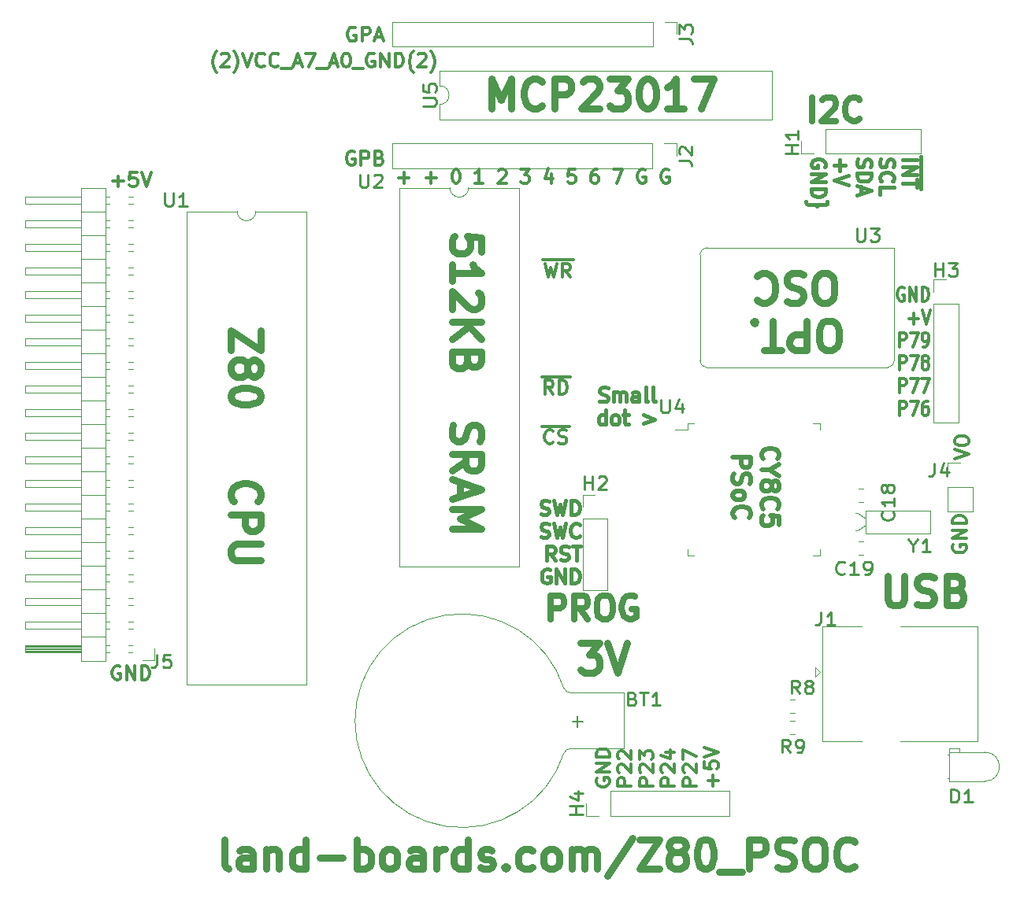
<source format=gto>
G04 #@! TF.GenerationSoftware,KiCad,Pcbnew,(6.0.1)*
G04 #@! TF.CreationDate,2022-09-07T07:49:48-04:00*
G04 #@! TF.ProjectId,Z80_CPU,5a38305f-4350-4552-9e6b-696361645f70,1*
G04 #@! TF.SameCoordinates,Original*
G04 #@! TF.FileFunction,Legend,Top*
G04 #@! TF.FilePolarity,Positive*
%FSLAX46Y46*%
G04 Gerber Fmt 4.6, Leading zero omitted, Abs format (unit mm)*
G04 Created by KiCad (PCBNEW (6.0.1)) date 2022-09-07 07:49:48*
%MOMM*%
%LPD*%
G01*
G04 APERTURE LIST*
%ADD10C,0.349250*%
%ADD11C,0.317500*%
%ADD12C,0.300000*%
%ADD13C,0.793750*%
%ADD14C,0.381000*%
%ADD15C,0.476250*%
%ADD16C,0.635000*%
%ADD17C,0.361950*%
%ADD18C,0.254000*%
%ADD19C,0.150000*%
%ADD20C,0.120000*%
G04 APERTURE END LIST*
D10*
X48233012Y-44010326D02*
X49757012Y-44010326D01*
X49466726Y-45729071D02*
X49394155Y-45798014D01*
X49176441Y-45866957D01*
X49031298Y-45866957D01*
X48813583Y-45798014D01*
X48668441Y-45660128D01*
X48595869Y-45522242D01*
X48523298Y-45246471D01*
X48523298Y-45039642D01*
X48595869Y-44763871D01*
X48668441Y-44625985D01*
X48813583Y-44488100D01*
X49031298Y-44419157D01*
X49176441Y-44419157D01*
X49394155Y-44488100D01*
X49466726Y-44557042D01*
X49757012Y-44010326D02*
X51208441Y-44010326D01*
X50047298Y-45798014D02*
X50265012Y-45866957D01*
X50627869Y-45866957D01*
X50773012Y-45798014D01*
X50845583Y-45729071D01*
X50918155Y-45591185D01*
X50918155Y-45453300D01*
X50845583Y-45315414D01*
X50773012Y-45246471D01*
X50627869Y-45177528D01*
X50337583Y-45108585D01*
X50192441Y-45039642D01*
X50119869Y-44970700D01*
X50047298Y-44832814D01*
X50047298Y-44694928D01*
X50119869Y-44557042D01*
X50192441Y-44488100D01*
X50337583Y-44419157D01*
X50700441Y-44419157D01*
X50918155Y-44488100D01*
D11*
X87187767Y-29108400D02*
X87066815Y-29035828D01*
X86885386Y-29035828D01*
X86703958Y-29108400D01*
X86583005Y-29253542D01*
X86522529Y-29398685D01*
X86462053Y-29688971D01*
X86462053Y-29906685D01*
X86522529Y-30196971D01*
X86583005Y-30342114D01*
X86703958Y-30487257D01*
X86885386Y-30559828D01*
X87006339Y-30559828D01*
X87187767Y-30487257D01*
X87248244Y-30414685D01*
X87248244Y-29906685D01*
X87006339Y-29906685D01*
X87792529Y-30559828D02*
X87792529Y-29035828D01*
X88518244Y-30559828D01*
X88518244Y-29035828D01*
X89123005Y-30559828D02*
X89123005Y-29035828D01*
X89425386Y-29035828D01*
X89606815Y-29108400D01*
X89727767Y-29253542D01*
X89788244Y-29398685D01*
X89848720Y-29688971D01*
X89848720Y-29906685D01*
X89788244Y-30196971D01*
X89727767Y-30342114D01*
X89606815Y-30487257D01*
X89425386Y-30559828D01*
X89123005Y-30559828D01*
X87732053Y-32432897D02*
X88699672Y-32432897D01*
X88215863Y-33013468D02*
X88215863Y-31852325D01*
X89123005Y-31489468D02*
X89546339Y-33013468D01*
X89969672Y-31489468D01*
X86703958Y-35467108D02*
X86703958Y-33943108D01*
X87187767Y-33943108D01*
X87308720Y-34015680D01*
X87369196Y-34088251D01*
X87429672Y-34233394D01*
X87429672Y-34451108D01*
X87369196Y-34596251D01*
X87308720Y-34668822D01*
X87187767Y-34741394D01*
X86703958Y-34741394D01*
X87853005Y-33943108D02*
X88699672Y-33943108D01*
X88155386Y-35467108D01*
X89243958Y-35467108D02*
X89485863Y-35467108D01*
X89606815Y-35394537D01*
X89667291Y-35321965D01*
X89788244Y-35104251D01*
X89848720Y-34813965D01*
X89848720Y-34233394D01*
X89788244Y-34088251D01*
X89727767Y-34015680D01*
X89606815Y-33943108D01*
X89364910Y-33943108D01*
X89243958Y-34015680D01*
X89183482Y-34088251D01*
X89123005Y-34233394D01*
X89123005Y-34596251D01*
X89183482Y-34741394D01*
X89243958Y-34813965D01*
X89364910Y-34886537D01*
X89606815Y-34886537D01*
X89727767Y-34813965D01*
X89788244Y-34741394D01*
X89848720Y-34596251D01*
X86703958Y-37920748D02*
X86703958Y-36396748D01*
X87187767Y-36396748D01*
X87308720Y-36469320D01*
X87369196Y-36541891D01*
X87429672Y-36687034D01*
X87429672Y-36904748D01*
X87369196Y-37049891D01*
X87308720Y-37122462D01*
X87187767Y-37195034D01*
X86703958Y-37195034D01*
X87853005Y-36396748D02*
X88699672Y-36396748D01*
X88155386Y-37920748D01*
X89364910Y-37049891D02*
X89243958Y-36977320D01*
X89183482Y-36904748D01*
X89123005Y-36759605D01*
X89123005Y-36687034D01*
X89183482Y-36541891D01*
X89243958Y-36469320D01*
X89364910Y-36396748D01*
X89606815Y-36396748D01*
X89727767Y-36469320D01*
X89788244Y-36541891D01*
X89848720Y-36687034D01*
X89848720Y-36759605D01*
X89788244Y-36904748D01*
X89727767Y-36977320D01*
X89606815Y-37049891D01*
X89364910Y-37049891D01*
X89243958Y-37122462D01*
X89183482Y-37195034D01*
X89123005Y-37340177D01*
X89123005Y-37630462D01*
X89183482Y-37775605D01*
X89243958Y-37848177D01*
X89364910Y-37920748D01*
X89606815Y-37920748D01*
X89727767Y-37848177D01*
X89788244Y-37775605D01*
X89848720Y-37630462D01*
X89848720Y-37340177D01*
X89788244Y-37195034D01*
X89727767Y-37122462D01*
X89606815Y-37049891D01*
X86703958Y-40374388D02*
X86703958Y-38850388D01*
X87187767Y-38850388D01*
X87308720Y-38922960D01*
X87369196Y-38995531D01*
X87429672Y-39140674D01*
X87429672Y-39358388D01*
X87369196Y-39503531D01*
X87308720Y-39576102D01*
X87187767Y-39648674D01*
X86703958Y-39648674D01*
X87853005Y-38850388D02*
X88699672Y-38850388D01*
X88155386Y-40374388D01*
X89062529Y-38850388D02*
X89909196Y-38850388D01*
X89364910Y-40374388D01*
X86703958Y-42828028D02*
X86703958Y-41304028D01*
X87187767Y-41304028D01*
X87308720Y-41376600D01*
X87369196Y-41449171D01*
X87429672Y-41594314D01*
X87429672Y-41812028D01*
X87369196Y-41957171D01*
X87308720Y-42029742D01*
X87187767Y-42102314D01*
X86703958Y-42102314D01*
X87853005Y-41304028D02*
X88699672Y-41304028D01*
X88155386Y-42828028D01*
X89727767Y-41304028D02*
X89485863Y-41304028D01*
X89364910Y-41376600D01*
X89304434Y-41449171D01*
X89183482Y-41666885D01*
X89123005Y-41957171D01*
X89123005Y-42537742D01*
X89183482Y-42682885D01*
X89243958Y-42755457D01*
X89364910Y-42828028D01*
X89606815Y-42828028D01*
X89727767Y-42755457D01*
X89788244Y-42682885D01*
X89848720Y-42537742D01*
X89848720Y-42174885D01*
X89788244Y-42029742D01*
X89727767Y-41957171D01*
X89606815Y-41884600D01*
X89364910Y-41884600D01*
X89243958Y-41957171D01*
X89183482Y-42029742D01*
X89123005Y-42174885D01*
D12*
X32888780Y-17305482D02*
X33993541Y-17305482D01*
X33441160Y-17876911D02*
X33441160Y-16734054D01*
X35788780Y-17305482D02*
X36893541Y-17305482D01*
X36341160Y-17876911D02*
X36341160Y-16734054D01*
X38964970Y-16376911D02*
X39103065Y-16376911D01*
X39241160Y-16448340D01*
X39310208Y-16519768D01*
X39379256Y-16662625D01*
X39448303Y-16948340D01*
X39448303Y-17305482D01*
X39379256Y-17591197D01*
X39310208Y-17734054D01*
X39241160Y-17805482D01*
X39103065Y-17876911D01*
X38964970Y-17876911D01*
X38826875Y-17805482D01*
X38757827Y-17734054D01*
X38688780Y-17591197D01*
X38619732Y-17305482D01*
X38619732Y-16948340D01*
X38688780Y-16662625D01*
X38757827Y-16519768D01*
X38826875Y-16448340D01*
X38964970Y-16376911D01*
X41934018Y-17876911D02*
X41105446Y-17876911D01*
X41519732Y-17876911D02*
X41519732Y-16376911D01*
X41381637Y-16591197D01*
X41243541Y-16734054D01*
X41105446Y-16805482D01*
X43591160Y-16519768D02*
X43660208Y-16448340D01*
X43798303Y-16376911D01*
X44143541Y-16376911D01*
X44281637Y-16448340D01*
X44350684Y-16519768D01*
X44419732Y-16662625D01*
X44419732Y-16805482D01*
X44350684Y-17019768D01*
X43522113Y-17876911D01*
X44419732Y-17876911D01*
X46007827Y-16376911D02*
X46905446Y-16376911D01*
X46422113Y-16948340D01*
X46629256Y-16948340D01*
X46767351Y-17019768D01*
X46836399Y-17091197D01*
X46905446Y-17234054D01*
X46905446Y-17591197D01*
X46836399Y-17734054D01*
X46767351Y-17805482D01*
X46629256Y-17876911D01*
X46214970Y-17876911D01*
X46076875Y-17805482D01*
X46007827Y-17734054D01*
X49253065Y-16876911D02*
X49253065Y-17876911D01*
X48907827Y-16305482D02*
X48562589Y-17376911D01*
X49460208Y-17376911D01*
X51807827Y-16376911D02*
X51117351Y-16376911D01*
X51048303Y-17091197D01*
X51117351Y-17019768D01*
X51255446Y-16948340D01*
X51600684Y-16948340D01*
X51738780Y-17019768D01*
X51807827Y-17091197D01*
X51876875Y-17234054D01*
X51876875Y-17591197D01*
X51807827Y-17734054D01*
X51738780Y-17805482D01*
X51600684Y-17876911D01*
X51255446Y-17876911D01*
X51117351Y-17805482D01*
X51048303Y-17734054D01*
X54224494Y-16376911D02*
X53948303Y-16376911D01*
X53810208Y-16448340D01*
X53741160Y-16519768D01*
X53603065Y-16734054D01*
X53534018Y-17019768D01*
X53534018Y-17591197D01*
X53603065Y-17734054D01*
X53672113Y-17805482D01*
X53810208Y-17876911D01*
X54086399Y-17876911D01*
X54224494Y-17805482D01*
X54293541Y-17734054D01*
X54362589Y-17591197D01*
X54362589Y-17234054D01*
X54293541Y-17091197D01*
X54224494Y-17019768D01*
X54086399Y-16948340D01*
X53810208Y-16948340D01*
X53672113Y-17019768D01*
X53603065Y-17091197D01*
X53534018Y-17234054D01*
X55950684Y-16376911D02*
X56917351Y-16376911D01*
X56295922Y-17876911D01*
X59334018Y-16448340D02*
X59195922Y-16376911D01*
X58988779Y-16376911D01*
X58781637Y-16448340D01*
X58643541Y-16591197D01*
X58574494Y-16734054D01*
X58505446Y-17019768D01*
X58505446Y-17234054D01*
X58574494Y-17519768D01*
X58643541Y-17662625D01*
X58781637Y-17805482D01*
X58988779Y-17876911D01*
X59126875Y-17876911D01*
X59334018Y-17805482D01*
X59403065Y-17734054D01*
X59403065Y-17234054D01*
X59126875Y-17234054D01*
X61888779Y-16448340D02*
X61750684Y-16376911D01*
X61543541Y-16376911D01*
X61336399Y-16448340D01*
X61198303Y-16591197D01*
X61129256Y-16734054D01*
X61060208Y-17019768D01*
X61060208Y-17234054D01*
X61129256Y-17519768D01*
X61198303Y-17662625D01*
X61336399Y-17805482D01*
X61543541Y-17876911D01*
X61681637Y-17876911D01*
X61888779Y-17805482D01*
X61957827Y-17734054D01*
X61957827Y-17234054D01*
X61681637Y-17234054D01*
D13*
X42817142Y-9818309D02*
X42817142Y-6643309D01*
X43875476Y-8911166D01*
X44933809Y-6643309D01*
X44933809Y-9818309D01*
X48260000Y-9515928D02*
X48108809Y-9667119D01*
X47655238Y-9818309D01*
X47352857Y-9818309D01*
X46899285Y-9667119D01*
X46596904Y-9364738D01*
X46445714Y-9062357D01*
X46294523Y-8457595D01*
X46294523Y-8004023D01*
X46445714Y-7399261D01*
X46596904Y-7096880D01*
X46899285Y-6794500D01*
X47352857Y-6643309D01*
X47655238Y-6643309D01*
X48108809Y-6794500D01*
X48260000Y-6945690D01*
X49620714Y-9818309D02*
X49620714Y-6643309D01*
X50830238Y-6643309D01*
X51132619Y-6794500D01*
X51283809Y-6945690D01*
X51435000Y-7248071D01*
X51435000Y-7701642D01*
X51283809Y-8004023D01*
X51132619Y-8155214D01*
X50830238Y-8306404D01*
X49620714Y-8306404D01*
X52644523Y-6945690D02*
X52795714Y-6794500D01*
X53098095Y-6643309D01*
X53854047Y-6643309D01*
X54156428Y-6794500D01*
X54307619Y-6945690D01*
X54458809Y-7248071D01*
X54458809Y-7550452D01*
X54307619Y-8004023D01*
X52493333Y-9818309D01*
X54458809Y-9818309D01*
X55517142Y-6643309D02*
X57482619Y-6643309D01*
X56424285Y-7852833D01*
X56877857Y-7852833D01*
X57180238Y-8004023D01*
X57331428Y-8155214D01*
X57482619Y-8457595D01*
X57482619Y-9213547D01*
X57331428Y-9515928D01*
X57180238Y-9667119D01*
X56877857Y-9818309D01*
X55970714Y-9818309D01*
X55668333Y-9667119D01*
X55517142Y-9515928D01*
X59448095Y-6643309D02*
X59750476Y-6643309D01*
X60052857Y-6794500D01*
X60204047Y-6945690D01*
X60355238Y-7248071D01*
X60506428Y-7852833D01*
X60506428Y-8608785D01*
X60355238Y-9213547D01*
X60204047Y-9515928D01*
X60052857Y-9667119D01*
X59750476Y-9818309D01*
X59448095Y-9818309D01*
X59145714Y-9667119D01*
X58994523Y-9515928D01*
X58843333Y-9213547D01*
X58692142Y-8608785D01*
X58692142Y-7852833D01*
X58843333Y-7248071D01*
X58994523Y-6945690D01*
X59145714Y-6794500D01*
X59448095Y-6643309D01*
X63530238Y-9818309D02*
X61715952Y-9818309D01*
X62623095Y-9818309D02*
X62623095Y-6643309D01*
X62320714Y-7096880D01*
X62018333Y-7399261D01*
X61715952Y-7550452D01*
X64588571Y-6643309D02*
X66705238Y-6643309D01*
X65344523Y-9818309D01*
D14*
X88976200Y-14979650D02*
X88976200Y-15705364D01*
X87021851Y-15342507D02*
X88545851Y-15342507D01*
X88976200Y-15705364D02*
X88976200Y-17301935D01*
X87021851Y-16068221D02*
X88545851Y-16068221D01*
X87021851Y-16939078D01*
X88545851Y-16939078D01*
X88976200Y-17301935D02*
X88976200Y-18463078D01*
X88545851Y-17447078D02*
X88545851Y-18317935D01*
X87021851Y-17882507D02*
X88545851Y-17882507D01*
X84640782Y-15269935D02*
X84568211Y-15487650D01*
X84568211Y-15850507D01*
X84640782Y-15995650D01*
X84713354Y-16068221D01*
X84858497Y-16140792D01*
X85003640Y-16140792D01*
X85148782Y-16068221D01*
X85221354Y-15995650D01*
X85293925Y-15850507D01*
X85366497Y-15560221D01*
X85439068Y-15415078D01*
X85511640Y-15342507D01*
X85656782Y-15269935D01*
X85801925Y-15269935D01*
X85947068Y-15342507D01*
X86019640Y-15415078D01*
X86092211Y-15560221D01*
X86092211Y-15923078D01*
X86019640Y-16140792D01*
X84713354Y-17664792D02*
X84640782Y-17592221D01*
X84568211Y-17374507D01*
X84568211Y-17229364D01*
X84640782Y-17011650D01*
X84785925Y-16866507D01*
X84931068Y-16793935D01*
X85221354Y-16721364D01*
X85439068Y-16721364D01*
X85729354Y-16793935D01*
X85874497Y-16866507D01*
X86019640Y-17011650D01*
X86092211Y-17229364D01*
X86092211Y-17374507D01*
X86019640Y-17592221D01*
X85947068Y-17664792D01*
X84568211Y-19043650D02*
X84568211Y-18317935D01*
X86092211Y-18317935D01*
X82187142Y-15269935D02*
X82114571Y-15487650D01*
X82114571Y-15850507D01*
X82187142Y-15995650D01*
X82259714Y-16068221D01*
X82404857Y-16140792D01*
X82550000Y-16140792D01*
X82695142Y-16068221D01*
X82767714Y-15995650D01*
X82840285Y-15850507D01*
X82912857Y-15560221D01*
X82985428Y-15415078D01*
X83058000Y-15342507D01*
X83203142Y-15269935D01*
X83348285Y-15269935D01*
X83493428Y-15342507D01*
X83566000Y-15415078D01*
X83638571Y-15560221D01*
X83638571Y-15923078D01*
X83566000Y-16140792D01*
X82114571Y-16793935D02*
X83638571Y-16793935D01*
X83638571Y-17156792D01*
X83566000Y-17374507D01*
X83420857Y-17519650D01*
X83275714Y-17592221D01*
X82985428Y-17664792D01*
X82767714Y-17664792D01*
X82477428Y-17592221D01*
X82332285Y-17519650D01*
X82187142Y-17374507D01*
X82114571Y-17156792D01*
X82114571Y-16793935D01*
X82550000Y-18245364D02*
X82550000Y-18971078D01*
X82114571Y-18100221D02*
X83638571Y-18608221D01*
X82114571Y-19116221D01*
X80241502Y-15342507D02*
X80241502Y-16503650D01*
X79660931Y-15923078D02*
X80822074Y-15923078D01*
X81184931Y-17011650D02*
X79660931Y-17519650D01*
X81184931Y-18027650D01*
X78658720Y-16140792D02*
X78731291Y-15995650D01*
X78731291Y-15777935D01*
X78658720Y-15560221D01*
X78513577Y-15415078D01*
X78368434Y-15342507D01*
X78078148Y-15269935D01*
X77860434Y-15269935D01*
X77570148Y-15342507D01*
X77425005Y-15415078D01*
X77279862Y-15560221D01*
X77207291Y-15777935D01*
X77207291Y-15923078D01*
X77279862Y-16140792D01*
X77352434Y-16213364D01*
X77860434Y-16213364D01*
X77860434Y-15923078D01*
X77207291Y-16866507D02*
X78731291Y-16866507D01*
X77207291Y-17737364D01*
X78731291Y-17737364D01*
X77207291Y-18463078D02*
X78731291Y-18463078D01*
X78731291Y-18825935D01*
X78658720Y-19043650D01*
X78513577Y-19188792D01*
X78368434Y-19261364D01*
X78078148Y-19333935D01*
X77860434Y-19333935D01*
X77570148Y-19261364D01*
X77425005Y-19188792D01*
X77279862Y-19043650D01*
X77207291Y-18825935D01*
X77207291Y-18463078D01*
X76626720Y-19841935D02*
X76626720Y-19914507D01*
X76699291Y-20059650D01*
X76844434Y-20132221D01*
X77570148Y-20132221D01*
X77715291Y-20204792D01*
X77787862Y-20349935D01*
X77860434Y-20204792D01*
X78005577Y-20132221D01*
X78731291Y-20132221D01*
X78876434Y-20059650D01*
X78949005Y-19914507D01*
X78949005Y-19841935D01*
D12*
X28102857Y-14490000D02*
X27960000Y-14418571D01*
X27745714Y-14418571D01*
X27531428Y-14490000D01*
X27388571Y-14632857D01*
X27317142Y-14775714D01*
X27245714Y-15061428D01*
X27245714Y-15275714D01*
X27317142Y-15561428D01*
X27388571Y-15704285D01*
X27531428Y-15847142D01*
X27745714Y-15918571D01*
X27888571Y-15918571D01*
X28102857Y-15847142D01*
X28174285Y-15775714D01*
X28174285Y-15275714D01*
X27888571Y-15275714D01*
X28817142Y-15918571D02*
X28817142Y-14418571D01*
X29388571Y-14418571D01*
X29531428Y-14490000D01*
X29602857Y-14561428D01*
X29674285Y-14704285D01*
X29674285Y-14918571D01*
X29602857Y-15061428D01*
X29531428Y-15132857D01*
X29388571Y-15204285D01*
X28817142Y-15204285D01*
X30817142Y-15132857D02*
X31031428Y-15204285D01*
X31102857Y-15275714D01*
X31174285Y-15418571D01*
X31174285Y-15632857D01*
X31102857Y-15775714D01*
X31031428Y-15847142D01*
X30888571Y-15918571D01*
X30317142Y-15918571D01*
X30317142Y-14418571D01*
X30817142Y-14418571D01*
X30960000Y-14490000D01*
X31031428Y-14561428D01*
X31102857Y-14704285D01*
X31102857Y-14847142D01*
X31031428Y-14990000D01*
X30960000Y-15061428D01*
X30817142Y-15132857D01*
X30317142Y-15132857D01*
X28210000Y-1155000D02*
X28067142Y-1083571D01*
X27852857Y-1083571D01*
X27638571Y-1155000D01*
X27495714Y-1297857D01*
X27424285Y-1440714D01*
X27352857Y-1726428D01*
X27352857Y-1940714D01*
X27424285Y-2226428D01*
X27495714Y-2369285D01*
X27638571Y-2512142D01*
X27852857Y-2583571D01*
X27995714Y-2583571D01*
X28210000Y-2512142D01*
X28281428Y-2440714D01*
X28281428Y-1940714D01*
X27995714Y-1940714D01*
X28924285Y-2583571D02*
X28924285Y-1083571D01*
X29495714Y-1083571D01*
X29638571Y-1155000D01*
X29710000Y-1226428D01*
X29781428Y-1369285D01*
X29781428Y-1583571D01*
X29710000Y-1726428D01*
X29638571Y-1797857D01*
X29495714Y-1869285D01*
X28924285Y-1869285D01*
X30352857Y-2155000D02*
X31067142Y-2155000D01*
X30210000Y-2583571D02*
X30710000Y-1083571D01*
X31210000Y-2583571D01*
X92468000Y-56768857D02*
X92396571Y-56911714D01*
X92396571Y-57126000D01*
X92468000Y-57340285D01*
X92610857Y-57483142D01*
X92753714Y-57554571D01*
X93039428Y-57626000D01*
X93253714Y-57626000D01*
X93539428Y-57554571D01*
X93682285Y-57483142D01*
X93825142Y-57340285D01*
X93896571Y-57126000D01*
X93896571Y-56983142D01*
X93825142Y-56768857D01*
X93753714Y-56697428D01*
X93253714Y-56697428D01*
X93253714Y-56983142D01*
X93896571Y-56054571D02*
X92396571Y-56054571D01*
X93896571Y-55197428D01*
X92396571Y-55197428D01*
X93896571Y-54483142D02*
X92396571Y-54483142D01*
X92396571Y-54126000D01*
X92468000Y-53911714D01*
X92610857Y-53768857D01*
X92753714Y-53697428D01*
X93039428Y-53626000D01*
X93253714Y-53626000D01*
X93539428Y-53697428D01*
X93682285Y-53768857D01*
X93825142Y-53911714D01*
X93896571Y-54126000D01*
X93896571Y-54483142D01*
X92650571Y-47513714D02*
X94150571Y-47013714D01*
X92650571Y-46513714D01*
X92650571Y-45728000D02*
X92650571Y-45442285D01*
X92722000Y-45299428D01*
X92864857Y-45156571D01*
X93150571Y-45085142D01*
X93650571Y-45085142D01*
X93936285Y-45156571D01*
X94079142Y-45299428D01*
X94150571Y-45442285D01*
X94150571Y-45728000D01*
X94079142Y-45870857D01*
X93936285Y-46013714D01*
X93650571Y-46085142D01*
X93150571Y-46085142D01*
X92864857Y-46013714D01*
X92722000Y-45870857D01*
X92650571Y-45728000D01*
D13*
X17994690Y-33679190D02*
X17994690Y-35795857D01*
X14819690Y-33679190D01*
X14819690Y-35795857D01*
X16633976Y-37458952D02*
X16785166Y-37156571D01*
X16936357Y-37005380D01*
X17238738Y-36854190D01*
X17389928Y-36854190D01*
X17692309Y-37005380D01*
X17843500Y-37156571D01*
X17994690Y-37458952D01*
X17994690Y-38063714D01*
X17843500Y-38366095D01*
X17692309Y-38517285D01*
X17389928Y-38668476D01*
X17238738Y-38668476D01*
X16936357Y-38517285D01*
X16785166Y-38366095D01*
X16633976Y-38063714D01*
X16633976Y-37458952D01*
X16482785Y-37156571D01*
X16331595Y-37005380D01*
X16029214Y-36854190D01*
X15424452Y-36854190D01*
X15122071Y-37005380D01*
X14970880Y-37156571D01*
X14819690Y-37458952D01*
X14819690Y-38063714D01*
X14970880Y-38366095D01*
X15122071Y-38517285D01*
X15424452Y-38668476D01*
X16029214Y-38668476D01*
X16331595Y-38517285D01*
X16482785Y-38366095D01*
X16633976Y-38063714D01*
X17994690Y-40633952D02*
X17994690Y-40936333D01*
X17843500Y-41238714D01*
X17692309Y-41389904D01*
X17389928Y-41541095D01*
X16785166Y-41692285D01*
X16029214Y-41692285D01*
X15424452Y-41541095D01*
X15122071Y-41389904D01*
X14970880Y-41238714D01*
X14819690Y-40936333D01*
X14819690Y-40633952D01*
X14970880Y-40331571D01*
X15122071Y-40180380D01*
X15424452Y-40029190D01*
X16029214Y-39878000D01*
X16785166Y-39878000D01*
X17389928Y-40029190D01*
X17692309Y-40180380D01*
X17843500Y-40331571D01*
X17994690Y-40633952D01*
X15122071Y-52124428D02*
X14970880Y-51973238D01*
X14819690Y-51519666D01*
X14819690Y-51217285D01*
X14970880Y-50763714D01*
X15273261Y-50461333D01*
X15575642Y-50310142D01*
X16180404Y-50158952D01*
X16633976Y-50158952D01*
X17238738Y-50310142D01*
X17541119Y-50461333D01*
X17843500Y-50763714D01*
X17994690Y-51217285D01*
X17994690Y-51519666D01*
X17843500Y-51973238D01*
X17692309Y-52124428D01*
X14819690Y-53485142D02*
X17994690Y-53485142D01*
X17994690Y-54694666D01*
X17843500Y-54997047D01*
X17692309Y-55148238D01*
X17389928Y-55299428D01*
X16936357Y-55299428D01*
X16633976Y-55148238D01*
X16482785Y-54997047D01*
X16331595Y-54694666D01*
X16331595Y-53485142D01*
X17994690Y-56660142D02*
X15424452Y-56660142D01*
X15122071Y-56811333D01*
X14970880Y-56962523D01*
X14819690Y-57264904D01*
X14819690Y-57869666D01*
X14970880Y-58172047D01*
X15122071Y-58323238D01*
X15424452Y-58474428D01*
X17994690Y-58474428D01*
X41743690Y-25233690D02*
X41743690Y-23721785D01*
X40231785Y-23570595D01*
X40382976Y-23721785D01*
X40534166Y-24024166D01*
X40534166Y-24780119D01*
X40382976Y-25082500D01*
X40231785Y-25233690D01*
X39929404Y-25384880D01*
X39173452Y-25384880D01*
X38871071Y-25233690D01*
X38719880Y-25082500D01*
X38568690Y-24780119D01*
X38568690Y-24024166D01*
X38719880Y-23721785D01*
X38871071Y-23570595D01*
X38568690Y-28408690D02*
X38568690Y-26594404D01*
X38568690Y-27501547D02*
X41743690Y-27501547D01*
X41290119Y-27199166D01*
X40987738Y-26896785D01*
X40836547Y-26594404D01*
X41441309Y-29618214D02*
X41592500Y-29769404D01*
X41743690Y-30071785D01*
X41743690Y-30827738D01*
X41592500Y-31130119D01*
X41441309Y-31281309D01*
X41138928Y-31432500D01*
X40836547Y-31432500D01*
X40382976Y-31281309D01*
X38568690Y-29467023D01*
X38568690Y-31432500D01*
X38568690Y-32793214D02*
X41743690Y-32793214D01*
X38568690Y-34607500D02*
X40382976Y-33246785D01*
X41743690Y-34607500D02*
X39929404Y-32793214D01*
X40231785Y-37026547D02*
X40080595Y-37480119D01*
X39929404Y-37631309D01*
X39627023Y-37782500D01*
X39173452Y-37782500D01*
X38871071Y-37631309D01*
X38719880Y-37480119D01*
X38568690Y-37177738D01*
X38568690Y-35968214D01*
X41743690Y-35968214D01*
X41743690Y-37026547D01*
X41592500Y-37328928D01*
X41441309Y-37480119D01*
X41138928Y-37631309D01*
X40836547Y-37631309D01*
X40534166Y-37480119D01*
X40382976Y-37328928D01*
X40231785Y-37026547D01*
X40231785Y-35968214D01*
X38719880Y-43830119D02*
X38568690Y-44283690D01*
X38568690Y-45039642D01*
X38719880Y-45342023D01*
X38871071Y-45493214D01*
X39173452Y-45644404D01*
X39475833Y-45644404D01*
X39778214Y-45493214D01*
X39929404Y-45342023D01*
X40080595Y-45039642D01*
X40231785Y-44434880D01*
X40382976Y-44132500D01*
X40534166Y-43981309D01*
X40836547Y-43830119D01*
X41138928Y-43830119D01*
X41441309Y-43981309D01*
X41592500Y-44132500D01*
X41743690Y-44434880D01*
X41743690Y-45190833D01*
X41592500Y-45644404D01*
X38568690Y-48819404D02*
X40080595Y-47761071D01*
X38568690Y-47005119D02*
X41743690Y-47005119D01*
X41743690Y-48214642D01*
X41592500Y-48517023D01*
X41441309Y-48668214D01*
X41138928Y-48819404D01*
X40685357Y-48819404D01*
X40382976Y-48668214D01*
X40231785Y-48517023D01*
X40080595Y-48214642D01*
X40080595Y-47005119D01*
X39475833Y-50028928D02*
X39475833Y-51540833D01*
X38568690Y-49726547D02*
X41743690Y-50784880D01*
X38568690Y-51843214D01*
X38568690Y-52901547D02*
X41743690Y-52901547D01*
X39475833Y-53959880D01*
X41743690Y-55018214D01*
X38568690Y-55018214D01*
D15*
X72036667Y-47552428D02*
X71945953Y-47461714D01*
X71855239Y-47189571D01*
X71855239Y-47008142D01*
X71945953Y-46736000D01*
X72127382Y-46554571D01*
X72308810Y-46463857D01*
X72671667Y-46373142D01*
X72943810Y-46373142D01*
X73306667Y-46463857D01*
X73488096Y-46554571D01*
X73669525Y-46736000D01*
X73760239Y-47008142D01*
X73760239Y-47189571D01*
X73669525Y-47461714D01*
X73578810Y-47552428D01*
X72762382Y-48731714D02*
X71855239Y-48731714D01*
X73760239Y-48096714D02*
X72762382Y-48731714D01*
X73760239Y-49366714D01*
X72943810Y-50273857D02*
X73034525Y-50092428D01*
X73125239Y-50001714D01*
X73306667Y-49911000D01*
X73397382Y-49911000D01*
X73578810Y-50001714D01*
X73669525Y-50092428D01*
X73760239Y-50273857D01*
X73760239Y-50636714D01*
X73669525Y-50818142D01*
X73578810Y-50908857D01*
X73397382Y-50999571D01*
X73306667Y-50999571D01*
X73125239Y-50908857D01*
X73034525Y-50818142D01*
X72943810Y-50636714D01*
X72943810Y-50273857D01*
X72853096Y-50092428D01*
X72762382Y-50001714D01*
X72580953Y-49911000D01*
X72218096Y-49911000D01*
X72036667Y-50001714D01*
X71945953Y-50092428D01*
X71855239Y-50273857D01*
X71855239Y-50636714D01*
X71945953Y-50818142D01*
X72036667Y-50908857D01*
X72218096Y-50999571D01*
X72580953Y-50999571D01*
X72762382Y-50908857D01*
X72853096Y-50818142D01*
X72943810Y-50636714D01*
X72036667Y-52904571D02*
X71945953Y-52813857D01*
X71855239Y-52541714D01*
X71855239Y-52360285D01*
X71945953Y-52088142D01*
X72127382Y-51906714D01*
X72308810Y-51816000D01*
X72671667Y-51725285D01*
X72943810Y-51725285D01*
X73306667Y-51816000D01*
X73488096Y-51906714D01*
X73669525Y-52088142D01*
X73760239Y-52360285D01*
X73760239Y-52541714D01*
X73669525Y-52813857D01*
X73578810Y-52904571D01*
X73760239Y-54628142D02*
X73760239Y-53721000D01*
X72853096Y-53630285D01*
X72943810Y-53721000D01*
X73034525Y-53902428D01*
X73034525Y-54356000D01*
X72943810Y-54537428D01*
X72853096Y-54628142D01*
X72671667Y-54718857D01*
X72218096Y-54718857D01*
X72036667Y-54628142D01*
X71945953Y-54537428D01*
X71855239Y-54356000D01*
X71855239Y-53902428D01*
X71945953Y-53721000D01*
X72036667Y-53630285D01*
X68788189Y-47325642D02*
X70693189Y-47325642D01*
X70693189Y-48051357D01*
X70602475Y-48232785D01*
X70511760Y-48323500D01*
X70330332Y-48414214D01*
X70058189Y-48414214D01*
X69876760Y-48323500D01*
X69786046Y-48232785D01*
X69695332Y-48051357D01*
X69695332Y-47325642D01*
X68878903Y-49139928D02*
X68788189Y-49412071D01*
X68788189Y-49865642D01*
X68878903Y-50047071D01*
X68969617Y-50137785D01*
X69151046Y-50228500D01*
X69332475Y-50228500D01*
X69513903Y-50137785D01*
X69604617Y-50047071D01*
X69695332Y-49865642D01*
X69786046Y-49502785D01*
X69876760Y-49321357D01*
X69967475Y-49230642D01*
X70148903Y-49139928D01*
X70330332Y-49139928D01*
X70511760Y-49230642D01*
X70602475Y-49321357D01*
X70693189Y-49502785D01*
X70693189Y-49956357D01*
X70602475Y-50228500D01*
X68788189Y-51317071D02*
X68878903Y-51135642D01*
X68969617Y-51044928D01*
X69151046Y-50954214D01*
X69695332Y-50954214D01*
X69876760Y-51044928D01*
X69967475Y-51135642D01*
X70058189Y-51317071D01*
X70058189Y-51589214D01*
X69967475Y-51770642D01*
X69876760Y-51861357D01*
X69695332Y-51952071D01*
X69151046Y-51952071D01*
X68969617Y-51861357D01*
X68878903Y-51770642D01*
X68788189Y-51589214D01*
X68788189Y-51317071D01*
X68969617Y-53857071D02*
X68878903Y-53766357D01*
X68788189Y-53494214D01*
X68788189Y-53312785D01*
X68878903Y-53040642D01*
X69060332Y-52859214D01*
X69241760Y-52768500D01*
X69604617Y-52677785D01*
X69876760Y-52677785D01*
X70239617Y-52768500D01*
X70421046Y-52859214D01*
X70602475Y-53040642D01*
X70693189Y-53312785D01*
X70693189Y-53494214D01*
X70602475Y-53766357D01*
X70511760Y-53857071D01*
D13*
X52444952Y-67349309D02*
X54410428Y-67349309D01*
X53352095Y-68558833D01*
X53805666Y-68558833D01*
X54108047Y-68710023D01*
X54259238Y-68861214D01*
X54410428Y-69163595D01*
X54410428Y-69919547D01*
X54259238Y-70221928D01*
X54108047Y-70373119D01*
X53805666Y-70524309D01*
X52898523Y-70524309D01*
X52596142Y-70373119D01*
X52444952Y-70221928D01*
X55317571Y-67349309D02*
X56375904Y-70524309D01*
X57434238Y-67349309D01*
D16*
X77335440Y-11182047D02*
X77335440Y-8642047D01*
X78424011Y-8883952D02*
X78544964Y-8763000D01*
X78786869Y-8642047D01*
X79391630Y-8642047D01*
X79633535Y-8763000D01*
X79754488Y-8883952D01*
X79875440Y-9125857D01*
X79875440Y-9367761D01*
X79754488Y-9730619D01*
X78303059Y-11182047D01*
X79875440Y-11182047D01*
X82415440Y-10940142D02*
X82294488Y-11061095D01*
X81931630Y-11182047D01*
X81689726Y-11182047D01*
X81326869Y-11061095D01*
X81084964Y-10819190D01*
X80964011Y-10577285D01*
X80843059Y-10093476D01*
X80843059Y-9730619D01*
X80964011Y-9246809D01*
X81084964Y-9004904D01*
X81326869Y-8763000D01*
X81689726Y-8642047D01*
X81931630Y-8642047D01*
X82294488Y-8763000D01*
X82415440Y-8883952D01*
D13*
X14579599Y-91631709D02*
X14277219Y-91480519D01*
X14126028Y-91178138D01*
X14126028Y-88456709D01*
X17149838Y-91631709D02*
X17149838Y-89968614D01*
X16998647Y-89666233D01*
X16696266Y-89515042D01*
X16091504Y-89515042D01*
X15789123Y-89666233D01*
X17149838Y-91480519D02*
X16847457Y-91631709D01*
X16091504Y-91631709D01*
X15789123Y-91480519D01*
X15637933Y-91178138D01*
X15637933Y-90875757D01*
X15789123Y-90573376D01*
X16091504Y-90422185D01*
X16847457Y-90422185D01*
X17149838Y-90270995D01*
X18661742Y-89515042D02*
X18661742Y-91631709D01*
X18661742Y-89817423D02*
X18812933Y-89666233D01*
X19115314Y-89515042D01*
X19568885Y-89515042D01*
X19871266Y-89666233D01*
X20022457Y-89968614D01*
X20022457Y-91631709D01*
X22895076Y-91631709D02*
X22895076Y-88456709D01*
X22895076Y-91480519D02*
X22592695Y-91631709D01*
X21987933Y-91631709D01*
X21685552Y-91480519D01*
X21534361Y-91329328D01*
X21383171Y-91026947D01*
X21383171Y-90119804D01*
X21534361Y-89817423D01*
X21685552Y-89666233D01*
X21987933Y-89515042D01*
X22592695Y-89515042D01*
X22895076Y-89666233D01*
X24406980Y-90422185D02*
X26826028Y-90422185D01*
X28337933Y-91631709D02*
X28337933Y-88456709D01*
X28337933Y-89666233D02*
X28640314Y-89515042D01*
X29245076Y-89515042D01*
X29547457Y-89666233D01*
X29698647Y-89817423D01*
X29849838Y-90119804D01*
X29849838Y-91026947D01*
X29698647Y-91329328D01*
X29547457Y-91480519D01*
X29245076Y-91631709D01*
X28640314Y-91631709D01*
X28337933Y-91480519D01*
X31664123Y-91631709D02*
X31361742Y-91480519D01*
X31210552Y-91329328D01*
X31059361Y-91026947D01*
X31059361Y-90119804D01*
X31210552Y-89817423D01*
X31361742Y-89666233D01*
X31664123Y-89515042D01*
X32117695Y-89515042D01*
X32420076Y-89666233D01*
X32571266Y-89817423D01*
X32722457Y-90119804D01*
X32722457Y-91026947D01*
X32571266Y-91329328D01*
X32420076Y-91480519D01*
X32117695Y-91631709D01*
X31664123Y-91631709D01*
X35443885Y-91631709D02*
X35443885Y-89968614D01*
X35292695Y-89666233D01*
X34990314Y-89515042D01*
X34385552Y-89515042D01*
X34083171Y-89666233D01*
X35443885Y-91480519D02*
X35141504Y-91631709D01*
X34385552Y-91631709D01*
X34083171Y-91480519D01*
X33931980Y-91178138D01*
X33931980Y-90875757D01*
X34083171Y-90573376D01*
X34385552Y-90422185D01*
X35141504Y-90422185D01*
X35443885Y-90270995D01*
X36955790Y-91631709D02*
X36955790Y-89515042D01*
X36955790Y-90119804D02*
X37106980Y-89817423D01*
X37258171Y-89666233D01*
X37560552Y-89515042D01*
X37862933Y-89515042D01*
X40281980Y-91631709D02*
X40281980Y-88456709D01*
X40281980Y-91480519D02*
X39979599Y-91631709D01*
X39374838Y-91631709D01*
X39072457Y-91480519D01*
X38921266Y-91329328D01*
X38770076Y-91026947D01*
X38770076Y-90119804D01*
X38921266Y-89817423D01*
X39072457Y-89666233D01*
X39374838Y-89515042D01*
X39979599Y-89515042D01*
X40281980Y-89666233D01*
X41642695Y-91480519D02*
X41945076Y-91631709D01*
X42549838Y-91631709D01*
X42852219Y-91480519D01*
X43003409Y-91178138D01*
X43003409Y-91026947D01*
X42852219Y-90724566D01*
X42549838Y-90573376D01*
X42096266Y-90573376D01*
X41793885Y-90422185D01*
X41642695Y-90119804D01*
X41642695Y-89968614D01*
X41793885Y-89666233D01*
X42096266Y-89515042D01*
X42549838Y-89515042D01*
X42852219Y-89666233D01*
X44364123Y-91329328D02*
X44515314Y-91480519D01*
X44364123Y-91631709D01*
X44212933Y-91480519D01*
X44364123Y-91329328D01*
X44364123Y-91631709D01*
X47236742Y-91480519D02*
X46934361Y-91631709D01*
X46329600Y-91631709D01*
X46027219Y-91480519D01*
X45876028Y-91329328D01*
X45724838Y-91026947D01*
X45724838Y-90119804D01*
X45876028Y-89817423D01*
X46027219Y-89666233D01*
X46329600Y-89515042D01*
X46934361Y-89515042D01*
X47236742Y-89666233D01*
X49051028Y-91631709D02*
X48748647Y-91480519D01*
X48597457Y-91329328D01*
X48446266Y-91026947D01*
X48446266Y-90119804D01*
X48597457Y-89817423D01*
X48748647Y-89666233D01*
X49051028Y-89515042D01*
X49504600Y-89515042D01*
X49806980Y-89666233D01*
X49958171Y-89817423D01*
X50109361Y-90119804D01*
X50109361Y-91026947D01*
X49958171Y-91329328D01*
X49806980Y-91480519D01*
X49504600Y-91631709D01*
X49051028Y-91631709D01*
X51470076Y-91631709D02*
X51470076Y-89515042D01*
X51470076Y-89817423D02*
X51621266Y-89666233D01*
X51923647Y-89515042D01*
X52377219Y-89515042D01*
X52679600Y-89666233D01*
X52830790Y-89968614D01*
X52830790Y-91631709D01*
X52830790Y-89968614D02*
X52981980Y-89666233D01*
X53284361Y-89515042D01*
X53737933Y-89515042D01*
X54040314Y-89666233D01*
X54191504Y-89968614D01*
X54191504Y-91631709D01*
X57971266Y-88305519D02*
X55249838Y-92387661D01*
X58727219Y-88456709D02*
X60843885Y-88456709D01*
X58727219Y-91631709D01*
X60843885Y-91631709D01*
X62506980Y-89817423D02*
X62204600Y-89666233D01*
X62053409Y-89515042D01*
X61902219Y-89212661D01*
X61902219Y-89061471D01*
X62053409Y-88759090D01*
X62204600Y-88607900D01*
X62506980Y-88456709D01*
X63111742Y-88456709D01*
X63414123Y-88607900D01*
X63565314Y-88759090D01*
X63716504Y-89061471D01*
X63716504Y-89212661D01*
X63565314Y-89515042D01*
X63414123Y-89666233D01*
X63111742Y-89817423D01*
X62506980Y-89817423D01*
X62204600Y-89968614D01*
X62053409Y-90119804D01*
X61902219Y-90422185D01*
X61902219Y-91026947D01*
X62053409Y-91329328D01*
X62204600Y-91480519D01*
X62506980Y-91631709D01*
X63111742Y-91631709D01*
X63414123Y-91480519D01*
X63565314Y-91329328D01*
X63716504Y-91026947D01*
X63716504Y-90422185D01*
X63565314Y-90119804D01*
X63414123Y-89968614D01*
X63111742Y-89817423D01*
X65681980Y-88456709D02*
X65984361Y-88456709D01*
X66286742Y-88607900D01*
X66437933Y-88759090D01*
X66589123Y-89061471D01*
X66740314Y-89666233D01*
X66740314Y-90422185D01*
X66589123Y-91026947D01*
X66437933Y-91329328D01*
X66286742Y-91480519D01*
X65984361Y-91631709D01*
X65681980Y-91631709D01*
X65379600Y-91480519D01*
X65228409Y-91329328D01*
X65077219Y-91026947D01*
X64926028Y-90422185D01*
X64926028Y-89666233D01*
X65077219Y-89061471D01*
X65228409Y-88759090D01*
X65379600Y-88607900D01*
X65681980Y-88456709D01*
X67345076Y-91934090D02*
X69764123Y-91934090D01*
X70520076Y-91631709D02*
X70520076Y-88456709D01*
X71729600Y-88456709D01*
X72031980Y-88607900D01*
X72183171Y-88759090D01*
X72334361Y-89061471D01*
X72334361Y-89515042D01*
X72183171Y-89817423D01*
X72031980Y-89968614D01*
X71729600Y-90119804D01*
X70520076Y-90119804D01*
X73543885Y-91480519D02*
X73997457Y-91631709D01*
X74753409Y-91631709D01*
X75055790Y-91480519D01*
X75206980Y-91329328D01*
X75358171Y-91026947D01*
X75358171Y-90724566D01*
X75206980Y-90422185D01*
X75055790Y-90270995D01*
X74753409Y-90119804D01*
X74148647Y-89968614D01*
X73846266Y-89817423D01*
X73695076Y-89666233D01*
X73543885Y-89363852D01*
X73543885Y-89061471D01*
X73695076Y-88759090D01*
X73846266Y-88607900D01*
X74148647Y-88456709D01*
X74904600Y-88456709D01*
X75358171Y-88607900D01*
X77323647Y-88456709D02*
X77928409Y-88456709D01*
X78230790Y-88607900D01*
X78533171Y-88910280D01*
X78684361Y-89515042D01*
X78684361Y-90573376D01*
X78533171Y-91178138D01*
X78230790Y-91480519D01*
X77928409Y-91631709D01*
X77323647Y-91631709D01*
X77021266Y-91480519D01*
X76718885Y-91178138D01*
X76567695Y-90573376D01*
X76567695Y-89515042D01*
X76718885Y-88910280D01*
X77021266Y-88607900D01*
X77323647Y-88456709D01*
X81859361Y-91329328D02*
X81708171Y-91480519D01*
X81254600Y-91631709D01*
X80952219Y-91631709D01*
X80498647Y-91480519D01*
X80196266Y-91178138D01*
X80045076Y-90875757D01*
X79893885Y-90270995D01*
X79893885Y-89817423D01*
X80045076Y-89212661D01*
X80196266Y-88910280D01*
X80498647Y-88607900D01*
X80952219Y-88456709D01*
X81254600Y-88456709D01*
X81708171Y-88607900D01*
X81859361Y-88759090D01*
X79407657Y-35828665D02*
X78802895Y-35828665D01*
X78500514Y-35677475D01*
X78198133Y-35375094D01*
X78046942Y-34770332D01*
X78046942Y-33711998D01*
X78198133Y-33107236D01*
X78500514Y-32804855D01*
X78802895Y-32653665D01*
X79407657Y-32653665D01*
X79710038Y-32804855D01*
X80012419Y-33107236D01*
X80163609Y-33711998D01*
X80163609Y-34770332D01*
X80012419Y-35375094D01*
X79710038Y-35677475D01*
X79407657Y-35828665D01*
X76686228Y-32653665D02*
X76686228Y-35828665D01*
X75476704Y-35828665D01*
X75174323Y-35677475D01*
X75023133Y-35526284D01*
X74871942Y-35223903D01*
X74871942Y-34770332D01*
X75023133Y-34467951D01*
X75174323Y-34316760D01*
X75476704Y-34165570D01*
X76686228Y-34165570D01*
X73964800Y-35828665D02*
X72150514Y-35828665D01*
X73057657Y-32653665D02*
X73057657Y-35828665D01*
X71092180Y-32956046D02*
X70940990Y-32804855D01*
X71092180Y-32653665D01*
X71243371Y-32804855D01*
X71092180Y-32956046D01*
X71092180Y-32653665D01*
X78954085Y-30716915D02*
X78349323Y-30716915D01*
X78046942Y-30565725D01*
X77744561Y-30263344D01*
X77593371Y-29658582D01*
X77593371Y-28600248D01*
X77744561Y-27995486D01*
X78046942Y-27693105D01*
X78349323Y-27541915D01*
X78954085Y-27541915D01*
X79256466Y-27693105D01*
X79558847Y-27995486D01*
X79710038Y-28600248D01*
X79710038Y-29658582D01*
X79558847Y-30263344D01*
X79256466Y-30565725D01*
X78954085Y-30716915D01*
X76383847Y-27693105D02*
X75930276Y-27541915D01*
X75174323Y-27541915D01*
X74871942Y-27693105D01*
X74720752Y-27844296D01*
X74569561Y-28146677D01*
X74569561Y-28449058D01*
X74720752Y-28751439D01*
X74871942Y-28902629D01*
X75174323Y-29053820D01*
X75779085Y-29205010D01*
X76081466Y-29356201D01*
X76232657Y-29507391D01*
X76383847Y-29809772D01*
X76383847Y-30112153D01*
X76232657Y-30414534D01*
X76081466Y-30565725D01*
X75779085Y-30716915D01*
X75023133Y-30716915D01*
X74569561Y-30565725D01*
X71394561Y-27844296D02*
X71545752Y-27693105D01*
X71999323Y-27541915D01*
X72301704Y-27541915D01*
X72755276Y-27693105D01*
X73057657Y-27995486D01*
X73208847Y-28297867D01*
X73360038Y-28902629D01*
X73360038Y-29356201D01*
X73208847Y-29960963D01*
X73057657Y-30263344D01*
X72755276Y-30565725D01*
X72301704Y-30716915D01*
X71999323Y-30716915D01*
X71545752Y-30565725D01*
X71394561Y-30414534D01*
D14*
X48157492Y-53464097D02*
X48375207Y-53536668D01*
X48738064Y-53536668D01*
X48883207Y-53464097D01*
X48955778Y-53391525D01*
X49028350Y-53246382D01*
X49028350Y-53101240D01*
X48955778Y-52956097D01*
X48883207Y-52883525D01*
X48738064Y-52810954D01*
X48447778Y-52738382D01*
X48302635Y-52665811D01*
X48230064Y-52593240D01*
X48157492Y-52448097D01*
X48157492Y-52302954D01*
X48230064Y-52157811D01*
X48302635Y-52085240D01*
X48447778Y-52012668D01*
X48810635Y-52012668D01*
X49028350Y-52085240D01*
X49536350Y-52012668D02*
X49899207Y-53536668D01*
X50189492Y-52448097D01*
X50479778Y-53536668D01*
X50842635Y-52012668D01*
X51423207Y-53536668D02*
X51423207Y-52012668D01*
X51786064Y-52012668D01*
X52003778Y-52085240D01*
X52148921Y-52230382D01*
X52221492Y-52375525D01*
X52294064Y-52665811D01*
X52294064Y-52883525D01*
X52221492Y-53173811D01*
X52148921Y-53318954D01*
X52003778Y-53464097D01*
X51786064Y-53536668D01*
X51423207Y-53536668D01*
X48157492Y-55917737D02*
X48375207Y-55990308D01*
X48738064Y-55990308D01*
X48883207Y-55917737D01*
X48955778Y-55845165D01*
X49028350Y-55700022D01*
X49028350Y-55554880D01*
X48955778Y-55409737D01*
X48883207Y-55337165D01*
X48738064Y-55264594D01*
X48447778Y-55192022D01*
X48302635Y-55119451D01*
X48230064Y-55046880D01*
X48157492Y-54901737D01*
X48157492Y-54756594D01*
X48230064Y-54611451D01*
X48302635Y-54538880D01*
X48447778Y-54466308D01*
X48810635Y-54466308D01*
X49028350Y-54538880D01*
X49536350Y-54466308D02*
X49899207Y-55990308D01*
X50189492Y-54901737D01*
X50479778Y-55990308D01*
X50842635Y-54466308D01*
X52294064Y-55845165D02*
X52221492Y-55917737D01*
X52003778Y-55990308D01*
X51858635Y-55990308D01*
X51640921Y-55917737D01*
X51495778Y-55772594D01*
X51423207Y-55627451D01*
X51350635Y-55337165D01*
X51350635Y-55119451D01*
X51423207Y-54829165D01*
X51495778Y-54684022D01*
X51640921Y-54538880D01*
X51858635Y-54466308D01*
X52003778Y-54466308D01*
X52221492Y-54538880D01*
X52294064Y-54611451D01*
X49681492Y-58443948D02*
X49173492Y-57718234D01*
X48810635Y-58443948D02*
X48810635Y-56919948D01*
X49391207Y-56919948D01*
X49536350Y-56992520D01*
X49608921Y-57065091D01*
X49681492Y-57210234D01*
X49681492Y-57427948D01*
X49608921Y-57573091D01*
X49536350Y-57645662D01*
X49391207Y-57718234D01*
X48810635Y-57718234D01*
X50262064Y-58371377D02*
X50479778Y-58443948D01*
X50842635Y-58443948D01*
X50987778Y-58371377D01*
X51060350Y-58298805D01*
X51132921Y-58153662D01*
X51132921Y-58008520D01*
X51060350Y-57863377D01*
X50987778Y-57790805D01*
X50842635Y-57718234D01*
X50552350Y-57645662D01*
X50407207Y-57573091D01*
X50334635Y-57500520D01*
X50262064Y-57355377D01*
X50262064Y-57210234D01*
X50334635Y-57065091D01*
X50407207Y-56992520D01*
X50552350Y-56919948D01*
X50915207Y-56919948D01*
X51132921Y-56992520D01*
X51568350Y-56919948D02*
X52439207Y-56919948D01*
X52003778Y-58443948D02*
X52003778Y-56919948D01*
X49100921Y-59446160D02*
X48955778Y-59373588D01*
X48738064Y-59373588D01*
X48520350Y-59446160D01*
X48375207Y-59591302D01*
X48302635Y-59736445D01*
X48230064Y-60026731D01*
X48230064Y-60244445D01*
X48302635Y-60534731D01*
X48375207Y-60679874D01*
X48520350Y-60825017D01*
X48738064Y-60897588D01*
X48883207Y-60897588D01*
X49100921Y-60825017D01*
X49173492Y-60752445D01*
X49173492Y-60244445D01*
X48883207Y-60244445D01*
X49826635Y-60897588D02*
X49826635Y-59373588D01*
X50697492Y-60897588D01*
X50697492Y-59373588D01*
X51423207Y-60897588D02*
X51423207Y-59373588D01*
X51786064Y-59373588D01*
X52003778Y-59446160D01*
X52148921Y-59591302D01*
X52221492Y-59736445D01*
X52294064Y-60026731D01*
X52294064Y-60244445D01*
X52221492Y-60534731D01*
X52148921Y-60679874D01*
X52003778Y-60825017D01*
X51786064Y-60897588D01*
X51423207Y-60897588D01*
D16*
X49220059Y-64776047D02*
X49220059Y-62236047D01*
X50187678Y-62236047D01*
X50429583Y-62357000D01*
X50550535Y-62477952D01*
X50671488Y-62719857D01*
X50671488Y-63082714D01*
X50550535Y-63324619D01*
X50429583Y-63445571D01*
X50187678Y-63566523D01*
X49220059Y-63566523D01*
X53211488Y-64776047D02*
X52364821Y-63566523D01*
X51760059Y-64776047D02*
X51760059Y-62236047D01*
X52727678Y-62236047D01*
X52969583Y-62357000D01*
X53090535Y-62477952D01*
X53211488Y-62719857D01*
X53211488Y-63082714D01*
X53090535Y-63324619D01*
X52969583Y-63445571D01*
X52727678Y-63566523D01*
X51760059Y-63566523D01*
X54783869Y-62236047D02*
X55267678Y-62236047D01*
X55509583Y-62357000D01*
X55751488Y-62598904D01*
X55872440Y-63082714D01*
X55872440Y-63929380D01*
X55751488Y-64413190D01*
X55509583Y-64655095D01*
X55267678Y-64776047D01*
X54783869Y-64776047D01*
X54541964Y-64655095D01*
X54300059Y-64413190D01*
X54179107Y-63929380D01*
X54179107Y-63082714D01*
X54300059Y-62598904D01*
X54541964Y-62357000D01*
X54783869Y-62236047D01*
X58291488Y-62357000D02*
X58049583Y-62236047D01*
X57686726Y-62236047D01*
X57323869Y-62357000D01*
X57081964Y-62598904D01*
X56961011Y-62840809D01*
X56840059Y-63324619D01*
X56840059Y-63687476D01*
X56961011Y-64171285D01*
X57081964Y-64413190D01*
X57323869Y-64655095D01*
X57686726Y-64776047D01*
X57928630Y-64776047D01*
X58291488Y-64655095D01*
X58412440Y-64534142D01*
X58412440Y-63687476D01*
X57928630Y-63687476D01*
D14*
X54464857Y-41300037D02*
X54682571Y-41372608D01*
X55045428Y-41372608D01*
X55190571Y-41300037D01*
X55263142Y-41227465D01*
X55335714Y-41082322D01*
X55335714Y-40937180D01*
X55263142Y-40792037D01*
X55190571Y-40719465D01*
X55045428Y-40646894D01*
X54755142Y-40574322D01*
X54610000Y-40501751D01*
X54537428Y-40429180D01*
X54464857Y-40284037D01*
X54464857Y-40138894D01*
X54537428Y-39993751D01*
X54610000Y-39921180D01*
X54755142Y-39848608D01*
X55118000Y-39848608D01*
X55335714Y-39921180D01*
X55988857Y-41372608D02*
X55988857Y-40356608D01*
X55988857Y-40501751D02*
X56061428Y-40429180D01*
X56206571Y-40356608D01*
X56424285Y-40356608D01*
X56569428Y-40429180D01*
X56642000Y-40574322D01*
X56642000Y-41372608D01*
X56642000Y-40574322D02*
X56714571Y-40429180D01*
X56859714Y-40356608D01*
X57077428Y-40356608D01*
X57222571Y-40429180D01*
X57295142Y-40574322D01*
X57295142Y-41372608D01*
X58674000Y-41372608D02*
X58674000Y-40574322D01*
X58601428Y-40429180D01*
X58456285Y-40356608D01*
X58166000Y-40356608D01*
X58020857Y-40429180D01*
X58674000Y-41300037D02*
X58528857Y-41372608D01*
X58166000Y-41372608D01*
X58020857Y-41300037D01*
X57948285Y-41154894D01*
X57948285Y-41009751D01*
X58020857Y-40864608D01*
X58166000Y-40792037D01*
X58528857Y-40792037D01*
X58674000Y-40719465D01*
X59617428Y-41372608D02*
X59472285Y-41300037D01*
X59399714Y-41154894D01*
X59399714Y-39848608D01*
X60415714Y-41372608D02*
X60270571Y-41300037D01*
X60198000Y-41154894D01*
X60198000Y-39848608D01*
X55081714Y-43826248D02*
X55081714Y-42302248D01*
X55081714Y-43753677D02*
X54936571Y-43826248D01*
X54646285Y-43826248D01*
X54501142Y-43753677D01*
X54428571Y-43681105D01*
X54356000Y-43535962D01*
X54356000Y-43100534D01*
X54428571Y-42955391D01*
X54501142Y-42882820D01*
X54646285Y-42810248D01*
X54936571Y-42810248D01*
X55081714Y-42882820D01*
X56025142Y-43826248D02*
X55880000Y-43753677D01*
X55807428Y-43681105D01*
X55734857Y-43535962D01*
X55734857Y-43100534D01*
X55807428Y-42955391D01*
X55880000Y-42882820D01*
X56025142Y-42810248D01*
X56242857Y-42810248D01*
X56388000Y-42882820D01*
X56460571Y-42955391D01*
X56533142Y-43100534D01*
X56533142Y-43535962D01*
X56460571Y-43681105D01*
X56388000Y-43753677D01*
X56242857Y-43826248D01*
X56025142Y-43826248D01*
X56968571Y-42810248D02*
X57549142Y-42810248D01*
X57186285Y-42302248D02*
X57186285Y-43608534D01*
X57258857Y-43753677D01*
X57404000Y-43826248D01*
X57549142Y-43826248D01*
X59218285Y-42810248D02*
X60379428Y-43245677D01*
X59218285Y-43681105D01*
D10*
X48360012Y-26103326D02*
X50101726Y-26103326D01*
X48577726Y-26512157D02*
X48940583Y-27959957D01*
X49230869Y-26925814D01*
X49521155Y-27959957D01*
X49884012Y-26512157D01*
X50101726Y-26103326D02*
X51625726Y-26103326D01*
X51335441Y-27959957D02*
X50827441Y-27270528D01*
X50464583Y-27959957D02*
X50464583Y-26512157D01*
X51045155Y-26512157D01*
X51190298Y-26581100D01*
X51262869Y-26650042D01*
X51335441Y-26787928D01*
X51335441Y-26994757D01*
X51262869Y-27132642D01*
X51190298Y-27201585D01*
X51045155Y-27270528D01*
X50464583Y-27270528D01*
X48233012Y-38676326D02*
X49757012Y-38676326D01*
X49466726Y-40532957D02*
X48958726Y-39843528D01*
X48595869Y-40532957D02*
X48595869Y-39085157D01*
X49176441Y-39085157D01*
X49321583Y-39154100D01*
X49394155Y-39223042D01*
X49466726Y-39360928D01*
X49466726Y-39567757D01*
X49394155Y-39705642D01*
X49321583Y-39774585D01*
X49176441Y-39843528D01*
X48595869Y-39843528D01*
X49757012Y-38676326D02*
X51281012Y-38676326D01*
X50119869Y-40532957D02*
X50119869Y-39085157D01*
X50482726Y-39085157D01*
X50700441Y-39154100D01*
X50845583Y-39291985D01*
X50918155Y-39429871D01*
X50990726Y-39705642D01*
X50990726Y-39912471D01*
X50918155Y-40188242D01*
X50845583Y-40326128D01*
X50700441Y-40464014D01*
X50482726Y-40532957D01*
X50119869Y-40532957D01*
X2113869Y-17629414D02*
X3275012Y-17629414D01*
X2694441Y-18180957D02*
X2694441Y-17077871D01*
X4726441Y-16733157D02*
X4000726Y-16733157D01*
X3928155Y-17422585D01*
X4000726Y-17353642D01*
X4145869Y-17284700D01*
X4508726Y-17284700D01*
X4653869Y-17353642D01*
X4726441Y-17422585D01*
X4799012Y-17560471D01*
X4799012Y-17905185D01*
X4726441Y-18043071D01*
X4653869Y-18112014D01*
X4508726Y-18180957D01*
X4145869Y-18180957D01*
X4000726Y-18112014D01*
X3928155Y-18043071D01*
X5234441Y-16733157D02*
X5742441Y-18180957D01*
X6250441Y-16733157D01*
X2912155Y-69888100D02*
X2767012Y-69819157D01*
X2549298Y-69819157D01*
X2331583Y-69888100D01*
X2186441Y-70025985D01*
X2113869Y-70163871D01*
X2041298Y-70439642D01*
X2041298Y-70646471D01*
X2113869Y-70922242D01*
X2186441Y-71060128D01*
X2331583Y-71198014D01*
X2549298Y-71266957D01*
X2694441Y-71266957D01*
X2912155Y-71198014D01*
X2984726Y-71129071D01*
X2984726Y-70646471D01*
X2694441Y-70646471D01*
X3637869Y-71266957D02*
X3637869Y-69819157D01*
X4508726Y-71266957D01*
X4508726Y-69819157D01*
X5234441Y-71266957D02*
X5234441Y-69819157D01*
X5597298Y-69819157D01*
X5815012Y-69888100D01*
X5960155Y-70025985D01*
X6032726Y-70163871D01*
X6105298Y-70439642D01*
X6105298Y-70646471D01*
X6032726Y-70922242D01*
X5960155Y-71060128D01*
X5815012Y-71198014D01*
X5597298Y-71266957D01*
X5234441Y-71266957D01*
D17*
X54154705Y-81915589D02*
X54085762Y-82060732D01*
X54085762Y-82278446D01*
X54154705Y-82496161D01*
X54292590Y-82641303D01*
X54430476Y-82713875D01*
X54706247Y-82786446D01*
X54913076Y-82786446D01*
X55188847Y-82713875D01*
X55326733Y-82641303D01*
X55464619Y-82496161D01*
X55533562Y-82278446D01*
X55533562Y-82133303D01*
X55464619Y-81915589D01*
X55395676Y-81843018D01*
X54913076Y-81843018D01*
X54913076Y-82133303D01*
X55533562Y-81189875D02*
X54085762Y-81189875D01*
X55533562Y-80319018D01*
X54085762Y-80319018D01*
X55533562Y-79593303D02*
X54085762Y-79593303D01*
X54085762Y-79230446D01*
X54154705Y-79012732D01*
X54292590Y-78867589D01*
X54430476Y-78795018D01*
X54706247Y-78722446D01*
X54913076Y-78722446D01*
X55188847Y-78795018D01*
X55326733Y-78867589D01*
X55464619Y-79012732D01*
X55533562Y-79230446D01*
X55533562Y-79593303D01*
X57864520Y-82713875D02*
X56416720Y-82713875D01*
X56416720Y-82133303D01*
X56485663Y-81988161D01*
X56554605Y-81915589D01*
X56692491Y-81843018D01*
X56899320Y-81843018D01*
X57037205Y-81915589D01*
X57106148Y-81988161D01*
X57175091Y-82133303D01*
X57175091Y-82713875D01*
X56554605Y-81262446D02*
X56485663Y-81189875D01*
X56416720Y-81044732D01*
X56416720Y-80681875D01*
X56485663Y-80536732D01*
X56554605Y-80464161D01*
X56692491Y-80391589D01*
X56830377Y-80391589D01*
X57037205Y-80464161D01*
X57864520Y-81335018D01*
X57864520Y-80391589D01*
X56554605Y-79811018D02*
X56485663Y-79738446D01*
X56416720Y-79593303D01*
X56416720Y-79230446D01*
X56485663Y-79085303D01*
X56554605Y-79012732D01*
X56692491Y-78940161D01*
X56830377Y-78940161D01*
X57037205Y-79012732D01*
X57864520Y-79883589D01*
X57864520Y-78940161D01*
X60195478Y-82713875D02*
X58747678Y-82713875D01*
X58747678Y-82133303D01*
X58816621Y-81988161D01*
X58885563Y-81915589D01*
X59023449Y-81843018D01*
X59230278Y-81843018D01*
X59368163Y-81915589D01*
X59437106Y-81988161D01*
X59506049Y-82133303D01*
X59506049Y-82713875D01*
X58885563Y-81262446D02*
X58816621Y-81189875D01*
X58747678Y-81044732D01*
X58747678Y-80681875D01*
X58816621Y-80536732D01*
X58885563Y-80464161D01*
X59023449Y-80391589D01*
X59161335Y-80391589D01*
X59368163Y-80464161D01*
X60195478Y-81335018D01*
X60195478Y-80391589D01*
X58747678Y-79883589D02*
X58747678Y-78940161D01*
X59299221Y-79448161D01*
X59299221Y-79230446D01*
X59368163Y-79085303D01*
X59437106Y-79012732D01*
X59574992Y-78940161D01*
X59919706Y-78940161D01*
X60057592Y-79012732D01*
X60126535Y-79085303D01*
X60195478Y-79230446D01*
X60195478Y-79665875D01*
X60126535Y-79811018D01*
X60057592Y-79883589D01*
X62526436Y-82713875D02*
X61078636Y-82713875D01*
X61078636Y-82133303D01*
X61147579Y-81988161D01*
X61216521Y-81915589D01*
X61354407Y-81843018D01*
X61561236Y-81843018D01*
X61699121Y-81915589D01*
X61768064Y-81988161D01*
X61837007Y-82133303D01*
X61837007Y-82713875D01*
X61216521Y-81262446D02*
X61147579Y-81189875D01*
X61078636Y-81044732D01*
X61078636Y-80681875D01*
X61147579Y-80536732D01*
X61216521Y-80464161D01*
X61354407Y-80391589D01*
X61492293Y-80391589D01*
X61699121Y-80464161D01*
X62526436Y-81335018D01*
X62526436Y-80391589D01*
X61561236Y-79085303D02*
X62526436Y-79085303D01*
X61009693Y-79448161D02*
X62043836Y-79811018D01*
X62043836Y-78867589D01*
X64857394Y-82713875D02*
X63409594Y-82713875D01*
X63409594Y-82133303D01*
X63478537Y-81988161D01*
X63547479Y-81915589D01*
X63685365Y-81843018D01*
X63892194Y-81843018D01*
X64030079Y-81915589D01*
X64099022Y-81988161D01*
X64167965Y-82133303D01*
X64167965Y-82713875D01*
X63547479Y-81262446D02*
X63478537Y-81189875D01*
X63409594Y-81044732D01*
X63409594Y-80681875D01*
X63478537Y-80536732D01*
X63547479Y-80464161D01*
X63685365Y-80391589D01*
X63823251Y-80391589D01*
X64030079Y-80464161D01*
X64857394Y-81335018D01*
X64857394Y-80391589D01*
X63409594Y-79883589D02*
X63409594Y-78867589D01*
X64857394Y-79520732D01*
X66636809Y-82713875D02*
X66636809Y-81552732D01*
X67188352Y-82133303D02*
X66085266Y-82133303D01*
X65740552Y-80101303D02*
X65740552Y-80827018D01*
X66429980Y-80899589D01*
X66361037Y-80827018D01*
X66292095Y-80681875D01*
X66292095Y-80319018D01*
X66361037Y-80173875D01*
X66429980Y-80101303D01*
X66567866Y-80028732D01*
X66912580Y-80028732D01*
X67050466Y-80101303D01*
X67119409Y-80173875D01*
X67188352Y-80319018D01*
X67188352Y-80681875D01*
X67119409Y-80827018D01*
X67050466Y-80899589D01*
X65740552Y-79593303D02*
X67188352Y-79085303D01*
X65740552Y-78577303D01*
D13*
X85414152Y-60110309D02*
X85414152Y-62680547D01*
X85565342Y-62982928D01*
X85716533Y-63134119D01*
X86018914Y-63285309D01*
X86623676Y-63285309D01*
X86926057Y-63134119D01*
X87077247Y-62982928D01*
X87228438Y-62680547D01*
X87228438Y-60110309D01*
X88589152Y-63134119D02*
X89042723Y-63285309D01*
X89798676Y-63285309D01*
X90101057Y-63134119D01*
X90252247Y-62982928D01*
X90403438Y-62680547D01*
X90403438Y-62378166D01*
X90252247Y-62075785D01*
X90101057Y-61924595D01*
X89798676Y-61773404D01*
X89193914Y-61622214D01*
X88891533Y-61471023D01*
X88740342Y-61319833D01*
X88589152Y-61017452D01*
X88589152Y-60715071D01*
X88740342Y-60412690D01*
X88891533Y-60261500D01*
X89193914Y-60110309D01*
X89949866Y-60110309D01*
X90403438Y-60261500D01*
X92822485Y-61622214D02*
X93276057Y-61773404D01*
X93427247Y-61924595D01*
X93578438Y-62226976D01*
X93578438Y-62680547D01*
X93427247Y-62982928D01*
X93276057Y-63134119D01*
X92973676Y-63285309D01*
X91764152Y-63285309D01*
X91764152Y-60110309D01*
X92822485Y-60110309D01*
X93124866Y-60261500D01*
X93276057Y-60412690D01*
X93427247Y-60715071D01*
X93427247Y-61017452D01*
X93276057Y-61319833D01*
X93124866Y-61471023D01*
X92822485Y-61622214D01*
X91764152Y-61622214D01*
D12*
X13298020Y-5941380D02*
X13226591Y-5869951D01*
X13083734Y-5655665D01*
X13012305Y-5512808D01*
X12940877Y-5298522D01*
X12869448Y-4941380D01*
X12869448Y-4655665D01*
X12940877Y-4298522D01*
X13012305Y-4084237D01*
X13083734Y-3941380D01*
X13226591Y-3727094D01*
X13298020Y-3655665D01*
X13798020Y-4012808D02*
X13869448Y-3941380D01*
X14012305Y-3869951D01*
X14369448Y-3869951D01*
X14512305Y-3941380D01*
X14583734Y-4012808D01*
X14655162Y-4155665D01*
X14655162Y-4298522D01*
X14583734Y-4512808D01*
X13726591Y-5369951D01*
X14655162Y-5369951D01*
X15155162Y-5941380D02*
X15226591Y-5869951D01*
X15369448Y-5655665D01*
X15440877Y-5512808D01*
X15512305Y-5298522D01*
X15583734Y-4941380D01*
X15583734Y-4655665D01*
X15512305Y-4298522D01*
X15440877Y-4084237D01*
X15369448Y-3941380D01*
X15226591Y-3727094D01*
X15155162Y-3655665D01*
X16083734Y-3869951D02*
X16583734Y-5369951D01*
X17083734Y-3869951D01*
X18440877Y-5227094D02*
X18369448Y-5298522D01*
X18155162Y-5369951D01*
X18012305Y-5369951D01*
X17798020Y-5298522D01*
X17655162Y-5155665D01*
X17583734Y-5012808D01*
X17512305Y-4727094D01*
X17512305Y-4512808D01*
X17583734Y-4227094D01*
X17655162Y-4084237D01*
X17798020Y-3941380D01*
X18012305Y-3869951D01*
X18155162Y-3869951D01*
X18369448Y-3941380D01*
X18440877Y-4012808D01*
X19940877Y-5227094D02*
X19869448Y-5298522D01*
X19655162Y-5369951D01*
X19512305Y-5369951D01*
X19298020Y-5298522D01*
X19155162Y-5155665D01*
X19083734Y-5012808D01*
X19012305Y-4727094D01*
X19012305Y-4512808D01*
X19083734Y-4227094D01*
X19155162Y-4084237D01*
X19298020Y-3941380D01*
X19512305Y-3869951D01*
X19655162Y-3869951D01*
X19869448Y-3941380D01*
X19940877Y-4012808D01*
X20226591Y-5512808D02*
X21369448Y-5512808D01*
X21655162Y-4941380D02*
X22369448Y-4941380D01*
X21512305Y-5369951D02*
X22012305Y-3869951D01*
X22512305Y-5369951D01*
X22869448Y-3869951D02*
X23869448Y-3869951D01*
X23226591Y-5369951D01*
X24083734Y-5512808D02*
X25226591Y-5512808D01*
X25512305Y-4941380D02*
X26226591Y-4941380D01*
X25369448Y-5369951D02*
X25869448Y-3869951D01*
X26369448Y-5369951D01*
X27155162Y-3869951D02*
X27298020Y-3869951D01*
X27440877Y-3941380D01*
X27512305Y-4012808D01*
X27583734Y-4155665D01*
X27655162Y-4441380D01*
X27655162Y-4798522D01*
X27583734Y-5084237D01*
X27512305Y-5227094D01*
X27440877Y-5298522D01*
X27298020Y-5369951D01*
X27155162Y-5369951D01*
X27012305Y-5298522D01*
X26940877Y-5227094D01*
X26869448Y-5084237D01*
X26798020Y-4798522D01*
X26798020Y-4441380D01*
X26869448Y-4155665D01*
X26940877Y-4012808D01*
X27012305Y-3941380D01*
X27155162Y-3869951D01*
X27940877Y-5512808D02*
X29083734Y-5512808D01*
X30226591Y-3941380D02*
X30083734Y-3869951D01*
X29869448Y-3869951D01*
X29655162Y-3941380D01*
X29512305Y-4084237D01*
X29440877Y-4227094D01*
X29369448Y-4512808D01*
X29369448Y-4727094D01*
X29440877Y-5012808D01*
X29512305Y-5155665D01*
X29655162Y-5298522D01*
X29869448Y-5369951D01*
X30012305Y-5369951D01*
X30226591Y-5298522D01*
X30298020Y-5227094D01*
X30298020Y-4727094D01*
X30012305Y-4727094D01*
X30940877Y-5369951D02*
X30940877Y-3869951D01*
X31798020Y-5369951D01*
X31798020Y-3869951D01*
X32512305Y-5369951D02*
X32512305Y-3869951D01*
X32869448Y-3869951D01*
X33083734Y-3941380D01*
X33226591Y-4084237D01*
X33298020Y-4227094D01*
X33369448Y-4512808D01*
X33369448Y-4727094D01*
X33298020Y-5012808D01*
X33226591Y-5155665D01*
X33083734Y-5298522D01*
X32869448Y-5369951D01*
X32512305Y-5369951D01*
X34440877Y-5941380D02*
X34369448Y-5869951D01*
X34226591Y-5655665D01*
X34155162Y-5512808D01*
X34083734Y-5298522D01*
X34012305Y-4941380D01*
X34012305Y-4655665D01*
X34083734Y-4298522D01*
X34155162Y-4084237D01*
X34226591Y-3941380D01*
X34369448Y-3727094D01*
X34440877Y-3655665D01*
X34940877Y-4012808D02*
X35012305Y-3941380D01*
X35155162Y-3869951D01*
X35512305Y-3869951D01*
X35655162Y-3941380D01*
X35726591Y-4012808D01*
X35798020Y-4155665D01*
X35798020Y-4298522D01*
X35726591Y-4512808D01*
X34869448Y-5369951D01*
X35798020Y-5369951D01*
X36298020Y-5941380D02*
X36369448Y-5869951D01*
X36512305Y-5655665D01*
X36583734Y-5512808D01*
X36655162Y-5298522D01*
X36726591Y-4941380D01*
X36726591Y-4655665D01*
X36655162Y-4298522D01*
X36583734Y-4084237D01*
X36512305Y-3941380D01*
X36369448Y-3727094D01*
X36298020Y-3655665D01*
D18*
X90520157Y-27854876D02*
X90520157Y-26457876D01*
X90520157Y-27123114D02*
X91391014Y-27123114D01*
X91391014Y-27854876D02*
X91391014Y-26457876D01*
X91971585Y-26457876D02*
X92915014Y-26457876D01*
X92407014Y-26990066D01*
X92624728Y-26990066D01*
X92769871Y-27056590D01*
X92842442Y-27123114D01*
X92915014Y-27256161D01*
X92915014Y-27588780D01*
X92842442Y-27721828D01*
X92769871Y-27788352D01*
X92624728Y-27854876D01*
X92189300Y-27854876D01*
X92044157Y-27788352D01*
X91971585Y-27721828D01*
X28709257Y-16913376D02*
X28709257Y-18044280D01*
X28781828Y-18177328D01*
X28854400Y-18243852D01*
X28999542Y-18310376D01*
X29289828Y-18310376D01*
X29434971Y-18243852D01*
X29507542Y-18177328D01*
X29580114Y-18044280D01*
X29580114Y-16913376D01*
X30233257Y-17046423D02*
X30305828Y-16979900D01*
X30450971Y-16913376D01*
X30813828Y-16913376D01*
X30958971Y-16979900D01*
X31031542Y-17046423D01*
X31104114Y-17179471D01*
X31104114Y-17312519D01*
X31031542Y-17512090D01*
X30160685Y-18310376D01*
X31104114Y-18310376D01*
X35512976Y-9543142D02*
X36643880Y-9543142D01*
X36776928Y-9470571D01*
X36843452Y-9398000D01*
X36909976Y-9252857D01*
X36909976Y-8962571D01*
X36843452Y-8817428D01*
X36776928Y-8744857D01*
X36643880Y-8672285D01*
X35512976Y-8672285D01*
X35512976Y-7220857D02*
X35512976Y-7946571D01*
X36178214Y-8019142D01*
X36111690Y-7946571D01*
X36045166Y-7801428D01*
X36045166Y-7438571D01*
X36111690Y-7293428D01*
X36178214Y-7220857D01*
X36311261Y-7148285D01*
X36643880Y-7148285D01*
X36776928Y-7220857D01*
X36843452Y-7293428D01*
X36909976Y-7438571D01*
X36909976Y-7801428D01*
X36843452Y-7946571D01*
X36776928Y-8019142D01*
X75815976Y-14623142D02*
X74418976Y-14623142D01*
X75084214Y-14623142D02*
X75084214Y-13752285D01*
X75815976Y-13752285D02*
X74418976Y-13752285D01*
X75815976Y-12228285D02*
X75815976Y-13099142D01*
X75815976Y-12663714D02*
X74418976Y-12663714D01*
X74618547Y-12808857D01*
X74751595Y-12954000D01*
X74818119Y-13099142D01*
X62972016Y-15438120D02*
X63969873Y-15438120D01*
X64169444Y-15510691D01*
X64302492Y-15655834D01*
X64369016Y-15873548D01*
X64369016Y-16018691D01*
X63105063Y-14784977D02*
X63038540Y-14712405D01*
X62972016Y-14567262D01*
X62972016Y-14204405D01*
X63038540Y-14059262D01*
X63105063Y-13986691D01*
X63238111Y-13914120D01*
X63371159Y-13914120D01*
X63570730Y-13986691D01*
X64369016Y-14857548D01*
X64369016Y-13914120D01*
X63015196Y-2339340D02*
X64013053Y-2339340D01*
X64212624Y-2411911D01*
X64345672Y-2557054D01*
X64412196Y-2774768D01*
X64412196Y-2919911D01*
X63015196Y-1758768D02*
X63015196Y-815340D01*
X63547386Y-1323340D01*
X63547386Y-1105625D01*
X63613910Y-960482D01*
X63680434Y-887911D01*
X63813481Y-815340D01*
X64146100Y-815340D01*
X64279148Y-887911D01*
X64345672Y-960482D01*
X64412196Y-1105625D01*
X64412196Y-1541054D01*
X64345672Y-1686197D01*
X64279148Y-1758768D01*
X90424000Y-48002976D02*
X90424000Y-49000833D01*
X90351428Y-49200404D01*
X90206285Y-49333452D01*
X89988571Y-49399976D01*
X89843428Y-49399976D01*
X91802857Y-48468642D02*
X91802857Y-49399976D01*
X91440000Y-47936452D02*
X91077142Y-48934309D01*
X92020571Y-48934309D01*
X85995328Y-53176714D02*
X86061852Y-53249285D01*
X86128376Y-53467000D01*
X86128376Y-53612142D01*
X86061852Y-53829857D01*
X85928804Y-53975000D01*
X85795757Y-54047571D01*
X85529661Y-54120142D01*
X85330090Y-54120142D01*
X85063995Y-54047571D01*
X84930947Y-53975000D01*
X84797900Y-53829857D01*
X84731376Y-53612142D01*
X84731376Y-53467000D01*
X84797900Y-53249285D01*
X84864423Y-53176714D01*
X86128376Y-51725285D02*
X86128376Y-52596142D01*
X86128376Y-52160714D02*
X84731376Y-52160714D01*
X84930947Y-52305857D01*
X85063995Y-52451000D01*
X85130519Y-52596142D01*
X85330090Y-50854428D02*
X85263566Y-50999571D01*
X85197042Y-51072142D01*
X85063995Y-51144714D01*
X84997471Y-51144714D01*
X84864423Y-51072142D01*
X84797900Y-50999571D01*
X84731376Y-50854428D01*
X84731376Y-50564142D01*
X84797900Y-50419000D01*
X84864423Y-50346428D01*
X84997471Y-50273857D01*
X85063995Y-50273857D01*
X85197042Y-50346428D01*
X85263566Y-50419000D01*
X85330090Y-50564142D01*
X85330090Y-50854428D01*
X85396614Y-50999571D01*
X85463138Y-51072142D01*
X85596185Y-51144714D01*
X85862280Y-51144714D01*
X85995328Y-51072142D01*
X86061852Y-50999571D01*
X86128376Y-50854428D01*
X86128376Y-50564142D01*
X86061852Y-50419000D01*
X85995328Y-50346428D01*
X85862280Y-50273857D01*
X85596185Y-50273857D01*
X85463138Y-50346428D01*
X85396614Y-50419000D01*
X85330090Y-50564142D01*
X80808285Y-59833328D02*
X80735714Y-59899852D01*
X80518000Y-59966376D01*
X80372857Y-59966376D01*
X80155142Y-59899852D01*
X80010000Y-59766804D01*
X79937428Y-59633757D01*
X79864857Y-59367661D01*
X79864857Y-59168090D01*
X79937428Y-58901995D01*
X80010000Y-58768947D01*
X80155142Y-58635900D01*
X80372857Y-58569376D01*
X80518000Y-58569376D01*
X80735714Y-58635900D01*
X80808285Y-58702423D01*
X82259714Y-59966376D02*
X81388857Y-59966376D01*
X81824285Y-59966376D02*
X81824285Y-58569376D01*
X81679142Y-58768947D01*
X81534000Y-58901995D01*
X81388857Y-58968519D01*
X82985428Y-59966376D02*
X83275714Y-59966376D01*
X83420857Y-59899852D01*
X83493428Y-59833328D01*
X83638571Y-59633757D01*
X83711142Y-59367661D01*
X83711142Y-58835471D01*
X83638571Y-58702423D01*
X83566000Y-58635900D01*
X83420857Y-58569376D01*
X83130571Y-58569376D01*
X82985428Y-58635900D01*
X82912857Y-58702423D01*
X82840285Y-58835471D01*
X82840285Y-59168090D01*
X82912857Y-59301138D01*
X82985428Y-59367661D01*
X83130571Y-59434185D01*
X83420857Y-59434185D01*
X83566000Y-59367661D01*
X83638571Y-59301138D01*
X83711142Y-59168090D01*
X92220142Y-84451976D02*
X92220142Y-83054976D01*
X92583000Y-83054976D01*
X92800714Y-83121500D01*
X92945857Y-83254547D01*
X93018428Y-83387595D01*
X93091000Y-83653690D01*
X93091000Y-83853261D01*
X93018428Y-84119357D01*
X92945857Y-84252404D01*
X92800714Y-84385452D01*
X92583000Y-84451976D01*
X92220142Y-84451976D01*
X94542428Y-84451976D02*
X93671571Y-84451976D01*
X94107000Y-84451976D02*
X94107000Y-83054976D01*
X93961857Y-83254547D01*
X93816714Y-83387595D01*
X93671571Y-83454119D01*
X52813857Y-50796976D02*
X52813857Y-49399976D01*
X52813857Y-50065214D02*
X53684714Y-50065214D01*
X53684714Y-50796976D02*
X53684714Y-49399976D01*
X54337857Y-49533023D02*
X54410428Y-49466500D01*
X54555571Y-49399976D01*
X54918428Y-49399976D01*
X55063571Y-49466500D01*
X55136142Y-49533023D01*
X55208714Y-49666071D01*
X55208714Y-49799119D01*
X55136142Y-49998690D01*
X54265285Y-50796976D01*
X55208714Y-50796976D01*
X78232000Y-64004976D02*
X78232000Y-65002833D01*
X78159428Y-65202404D01*
X78014285Y-65335452D01*
X77796571Y-65401976D01*
X77651428Y-65401976D01*
X79756000Y-65401976D02*
X78885142Y-65401976D01*
X79320571Y-65401976D02*
X79320571Y-64004976D01*
X79175428Y-64204547D01*
X79030285Y-64337595D01*
X78885142Y-64404119D01*
X75946000Y-72767976D02*
X75438000Y-72102738D01*
X75075142Y-72767976D02*
X75075142Y-71370976D01*
X75655714Y-71370976D01*
X75800857Y-71437500D01*
X75873428Y-71504023D01*
X75946000Y-71637071D01*
X75946000Y-71836642D01*
X75873428Y-71969690D01*
X75800857Y-72036214D01*
X75655714Y-72102738D01*
X75075142Y-72102738D01*
X76816857Y-71969690D02*
X76671714Y-71903166D01*
X76599142Y-71836642D01*
X76526571Y-71703595D01*
X76526571Y-71637071D01*
X76599142Y-71504023D01*
X76671714Y-71437500D01*
X76816857Y-71370976D01*
X77107142Y-71370976D01*
X77252285Y-71437500D01*
X77324857Y-71504023D01*
X77397428Y-71637071D01*
X77397428Y-71703595D01*
X77324857Y-71836642D01*
X77252285Y-71903166D01*
X77107142Y-71969690D01*
X76816857Y-71969690D01*
X76671714Y-72036214D01*
X76599142Y-72102738D01*
X76526571Y-72235785D01*
X76526571Y-72501880D01*
X76599142Y-72634928D01*
X76671714Y-72701452D01*
X76816857Y-72767976D01*
X77107142Y-72767976D01*
X77252285Y-72701452D01*
X77324857Y-72634928D01*
X77397428Y-72501880D01*
X77397428Y-72235785D01*
X77324857Y-72102738D01*
X77252285Y-72036214D01*
X77107142Y-71969690D01*
X74930000Y-79117976D02*
X74422000Y-78452738D01*
X74059142Y-79117976D02*
X74059142Y-77720976D01*
X74639714Y-77720976D01*
X74784857Y-77787500D01*
X74857428Y-77854023D01*
X74930000Y-77987071D01*
X74930000Y-78186642D01*
X74857428Y-78319690D01*
X74784857Y-78386214D01*
X74639714Y-78452738D01*
X74059142Y-78452738D01*
X75655714Y-79117976D02*
X75946000Y-79117976D01*
X76091142Y-79051452D01*
X76163714Y-78984928D01*
X76308857Y-78785357D01*
X76381428Y-78519261D01*
X76381428Y-77987071D01*
X76308857Y-77854023D01*
X76236285Y-77787500D01*
X76091142Y-77720976D01*
X75800857Y-77720976D01*
X75655714Y-77787500D01*
X75583142Y-77854023D01*
X75510571Y-77987071D01*
X75510571Y-78319690D01*
X75583142Y-78452738D01*
X75655714Y-78519261D01*
X75800857Y-78585785D01*
X76091142Y-78585785D01*
X76236285Y-78519261D01*
X76308857Y-78452738D01*
X76381428Y-78319690D01*
X7728857Y-18919976D02*
X7728857Y-20050880D01*
X7801428Y-20183928D01*
X7874000Y-20250452D01*
X8019142Y-20316976D01*
X8309428Y-20316976D01*
X8454571Y-20250452D01*
X8527142Y-20183928D01*
X8599714Y-20050880D01*
X8599714Y-18919976D01*
X10123714Y-20316976D02*
X9252857Y-20316976D01*
X9688285Y-20316976D02*
X9688285Y-18919976D01*
X9543142Y-19119547D01*
X9398000Y-19252595D01*
X9252857Y-19319119D01*
X61068857Y-41144976D02*
X61068857Y-42275880D01*
X61141428Y-42408928D01*
X61214000Y-42475452D01*
X61359142Y-42541976D01*
X61649428Y-42541976D01*
X61794571Y-42475452D01*
X61867142Y-42408928D01*
X61939714Y-42275880D01*
X61939714Y-41144976D01*
X63318571Y-41610642D02*
X63318571Y-42541976D01*
X62955714Y-41078452D02*
X62592857Y-42076309D01*
X63536285Y-42076309D01*
X82087357Y-22742676D02*
X82087357Y-23873580D01*
X82159928Y-24006628D01*
X82232500Y-24073152D01*
X82377642Y-24139676D01*
X82667928Y-24139676D01*
X82813071Y-24073152D01*
X82885642Y-24006628D01*
X82958214Y-23873580D01*
X82958214Y-22742676D01*
X83538785Y-22742676D02*
X84482214Y-22742676D01*
X83974214Y-23274866D01*
X84191928Y-23274866D01*
X84337071Y-23341390D01*
X84409642Y-23407914D01*
X84482214Y-23540961D01*
X84482214Y-23873580D01*
X84409642Y-24006628D01*
X84337071Y-24073152D01*
X84191928Y-24139676D01*
X83756500Y-24139676D01*
X83611357Y-24073152D01*
X83538785Y-24006628D01*
X88174285Y-56862738D02*
X88174285Y-57527976D01*
X87666285Y-56130976D02*
X88174285Y-56862738D01*
X88682285Y-56130976D01*
X89988571Y-57527976D02*
X89117714Y-57527976D01*
X89553142Y-57527976D02*
X89553142Y-56130976D01*
X89408000Y-56330547D01*
X89262857Y-56463595D01*
X89117714Y-56530119D01*
X57984571Y-73306214D02*
X58202285Y-73372738D01*
X58274857Y-73439261D01*
X58347428Y-73572309D01*
X58347428Y-73771880D01*
X58274857Y-73904928D01*
X58202285Y-73971452D01*
X58057142Y-74037976D01*
X57476571Y-74037976D01*
X57476571Y-72640976D01*
X57984571Y-72640976D01*
X58129714Y-72707500D01*
X58202285Y-72774023D01*
X58274857Y-72907071D01*
X58274857Y-73040119D01*
X58202285Y-73173166D01*
X58129714Y-73239690D01*
X57984571Y-73306214D01*
X57476571Y-73306214D01*
X58782857Y-72640976D02*
X59653714Y-72640976D01*
X59218285Y-74037976D02*
X59218285Y-72640976D01*
X60960000Y-74037976D02*
X60089142Y-74037976D01*
X60524571Y-74037976D02*
X60524571Y-72640976D01*
X60379428Y-72840547D01*
X60234285Y-72973595D01*
X60089142Y-73040119D01*
D19*
X51542571Y-75799142D02*
X52685428Y-75799142D01*
X52114000Y-76370571D02*
X52114000Y-75227714D01*
D18*
X6858000Y-68576976D02*
X6858000Y-69574833D01*
X6785428Y-69774404D01*
X6640285Y-69907452D01*
X6422571Y-69973976D01*
X6277428Y-69973976D01*
X8309428Y-68576976D02*
X7583714Y-68576976D01*
X7511142Y-69242214D01*
X7583714Y-69175690D01*
X7728857Y-69109166D01*
X8091714Y-69109166D01*
X8236857Y-69175690D01*
X8309428Y-69242214D01*
X8382000Y-69375261D01*
X8382000Y-69707880D01*
X8309428Y-69840928D01*
X8236857Y-69907452D01*
X8091714Y-69973976D01*
X7728857Y-69973976D01*
X7583714Y-69907452D01*
X7511142Y-69840928D01*
X52657976Y-85743142D02*
X51260976Y-85743142D01*
X51926214Y-85743142D02*
X51926214Y-84872285D01*
X52657976Y-84872285D02*
X51260976Y-84872285D01*
X51726642Y-83493428D02*
X52657976Y-83493428D01*
X51194452Y-83856285D02*
X52192309Y-84219142D01*
X52192309Y-83275714D01*
D20*
X90351300Y-30822900D02*
X93011300Y-30822900D01*
X90351300Y-43582900D02*
X93011300Y-43582900D01*
X93011300Y-30822900D02*
X93011300Y-43582900D01*
X90351300Y-30822900D02*
X90351300Y-43582900D01*
X90351300Y-29552900D02*
X90351300Y-28222900D01*
X90351300Y-28222900D02*
X91681300Y-28222900D01*
X32910000Y-59115000D02*
X45830000Y-59115000D01*
X45830000Y-59115000D02*
X45830000Y-18355000D01*
X38370000Y-18355000D02*
X32910000Y-18355000D01*
X32910000Y-18355000D02*
X32910000Y-59115000D01*
X45830000Y-18355000D02*
X40370000Y-18355000D01*
X38370000Y-18355000D02*
G75*
G03*
X40370000Y-18355000I1000000J0D01*
G01*
X72958000Y-5732000D02*
X37278000Y-5732000D01*
X37278000Y-9382000D02*
X37278000Y-11032000D01*
X37278000Y-5732000D02*
X37278000Y-7382000D01*
X37278000Y-11032000D02*
X72958000Y-11032000D01*
X72958000Y-11032000D02*
X72958000Y-5732000D01*
X37278000Y-9382000D02*
G75*
G03*
X37278000Y-7382000I0J1000000D01*
G01*
X76140000Y-14665000D02*
X76140000Y-13335000D01*
X78740000Y-14665000D02*
X88960000Y-14665000D01*
X88960000Y-14665000D02*
X88960000Y-12005000D01*
X78740000Y-12005000D02*
X88960000Y-12005000D01*
X77470000Y-14665000D02*
X76140000Y-14665000D01*
X78740000Y-14665000D02*
X78740000Y-12005000D01*
X60137040Y-16260120D02*
X32137040Y-16260120D01*
X60137040Y-13600120D02*
X60137040Y-16260120D01*
X61407040Y-13600120D02*
X62737040Y-13600120D01*
X32137040Y-13600120D02*
X32137040Y-16260120D01*
X60137040Y-13600120D02*
X32137040Y-13600120D01*
X62737040Y-13600120D02*
X62737040Y-14930120D01*
X60180220Y-501340D02*
X60180220Y-3161340D01*
X61450220Y-501340D02*
X62780220Y-501340D01*
X32180220Y-501340D02*
X32180220Y-3161340D01*
X60180220Y-3161340D02*
X32180220Y-3161340D01*
X60180220Y-501340D02*
X32180220Y-501340D01*
X62780220Y-501340D02*
X62780220Y-1831340D01*
X94548000Y-50546000D02*
X94548000Y-53146000D01*
X91888000Y-47946000D02*
X93218000Y-47946000D01*
X91888000Y-50546000D02*
X91888000Y-53146000D01*
X91888000Y-49276000D02*
X91888000Y-47946000D01*
X91888000Y-53146000D02*
X94548000Y-53146000D01*
X91888000Y-50546000D02*
X94548000Y-50546000D01*
X82811252Y-52145000D02*
X82288748Y-52145000D01*
X82811252Y-50725000D02*
X82288748Y-50725000D01*
X82811252Y-56440000D02*
X82288748Y-56440000D01*
X82811252Y-57860000D02*
X82288748Y-57860000D01*
X93135000Y-78685000D02*
X93135000Y-79085000D01*
X92015000Y-79375000D02*
X92015000Y-79375000D01*
X91885000Y-79375000D02*
X91885000Y-79375000D01*
X92015000Y-82205000D02*
X92015000Y-79085000D01*
X92015000Y-81915000D02*
X91885000Y-81915000D01*
X91885000Y-81915000D02*
X92015000Y-81915000D01*
X92015000Y-78685000D02*
X93135000Y-78685000D01*
X91885000Y-81915000D02*
X91885000Y-81915000D01*
X92015000Y-82205000D02*
X95875000Y-82205000D01*
X92015000Y-79375000D02*
X91885000Y-79375000D01*
X92015000Y-79085000D02*
X95875000Y-79085000D01*
X92015000Y-79085000D02*
X92015000Y-78685000D01*
X92015000Y-81915000D02*
X92015000Y-81915000D01*
X91885000Y-79375000D02*
X92015000Y-79375000D01*
X93135000Y-79085000D02*
X92015000Y-79085000D01*
X95875000Y-82205000D02*
G75*
G03*
X95875000Y-79085000I0J1560000D01*
G01*
X52645000Y-51375000D02*
X53975000Y-51375000D01*
X52645000Y-52705000D02*
X52645000Y-51375000D01*
X52645000Y-61655000D02*
X55305000Y-61655000D01*
X52645000Y-53975000D02*
X55305000Y-53975000D01*
X55305000Y-53975000D02*
X55305000Y-61655000D01*
X52645000Y-53975000D02*
X52645000Y-61655000D01*
X78180000Y-70485000D02*
X77680000Y-69985000D01*
X95120000Y-77895000D02*
X86760000Y-77895000D01*
X78400000Y-77895000D02*
X82660000Y-77895000D01*
X77680000Y-69985000D02*
X77680000Y-70985000D01*
X78400000Y-65575000D02*
X78400000Y-77895000D01*
X82660000Y-65575000D02*
X78400000Y-65575000D01*
X77680000Y-70985000D02*
X78180000Y-70485000D01*
X95120000Y-65575000D02*
X95120000Y-77895000D01*
X86760000Y-65575000D02*
X95120000Y-65575000D01*
X75445252Y-74878000D02*
X74922748Y-74878000D01*
X75445252Y-73458000D02*
X74922748Y-73458000D01*
X75445252Y-77164000D02*
X74922748Y-77164000D01*
X75445252Y-75744000D02*
X74922748Y-75744000D01*
X15510000Y-20895000D02*
X10050000Y-20895000D01*
X22970000Y-20895000D02*
X17510000Y-20895000D01*
X22970000Y-71815000D02*
X22970000Y-20895000D01*
X10050000Y-20895000D02*
X10050000Y-71815000D01*
X10050000Y-71815000D02*
X22970000Y-71815000D01*
X15510000Y-20895000D02*
G75*
G03*
X17510000Y-20895000I1000000J0D01*
G01*
X78110000Y-57910000D02*
X78110000Y-57210000D01*
X63890000Y-44390000D02*
X62600000Y-44390000D01*
X77410000Y-43690000D02*
X78110000Y-43690000D01*
X64590000Y-57910000D02*
X63890000Y-57910000D01*
X64590000Y-43690000D02*
X63890000Y-43690000D01*
X63890000Y-43690000D02*
X63890000Y-44390000D01*
X77410000Y-57910000D02*
X78110000Y-57910000D01*
X63890000Y-57910000D02*
X63890000Y-57210000D01*
X78110000Y-43690000D02*
X78110000Y-44390000D01*
X86142000Y-36942000D02*
X86142000Y-24792000D01*
X65992000Y-37692000D02*
X85392000Y-37692000D01*
X65242000Y-25542000D02*
X65242000Y-36942000D01*
X86142000Y-24792000D02*
X65992000Y-24792000D01*
X65242000Y-36942000D02*
G75*
G03*
X65992000Y-37692000I750000J0D01*
G01*
X85392000Y-37692000D02*
G75*
G03*
X86142000Y-36942000I0J750000D01*
G01*
X65992000Y-24792000D02*
G75*
G03*
X65242000Y-25542000I0J-750000D01*
G01*
X82180000Y-53345000D02*
X81980000Y-53345000D01*
X83080000Y-54645000D02*
X82180000Y-55245000D01*
X89980000Y-55525000D02*
X89980000Y-53065000D01*
X83080000Y-53065000D02*
X83080000Y-55525000D01*
X82180000Y-55245000D02*
X81980000Y-55245000D01*
X83080000Y-55525000D02*
X89980000Y-55525000D01*
X83080000Y-53945000D02*
X82180000Y-53345000D01*
X89980000Y-53065000D02*
X83080000Y-53065000D01*
X57064000Y-72692000D02*
X57064000Y-78692000D01*
X57064000Y-78692000D02*
X51364000Y-78692000D01*
X57064000Y-72692000D02*
X51364000Y-72692000D01*
X51364000Y-78692000D02*
G75*
G03*
X50612246Y-79218384I-1J-799999D01*
G01*
X50613999Y-72192000D02*
G75*
G03*
X28168329Y-75737281I-10949999J-3500002D01*
G01*
X28168329Y-75646719D02*
G75*
G03*
X50614000Y-79192000I11495671J-45280D01*
G01*
X50612246Y-72165616D02*
G75*
G03*
X51364000Y-72692000I751753J273615D01*
G01*
X1354000Y-20955000D02*
X-1306000Y-20955000D01*
X-7306000Y-26925000D02*
X-1306000Y-26925000D01*
X1354000Y-61595000D02*
X-1306000Y-61595000D01*
X-1306000Y-68145000D02*
X-7306000Y-68145000D01*
X-1306000Y-45465000D02*
X-7306000Y-45465000D01*
X-7306000Y-37085000D02*
X-1306000Y-37085000D01*
X1751071Y-35305000D02*
X1354000Y-35305000D01*
X4291071Y-65785000D02*
X3836929Y-65785000D01*
X4291071Y-40385000D02*
X3836929Y-40385000D01*
X-1306000Y-37845000D02*
X-7306000Y-37845000D01*
X4291071Y-22605000D02*
X3836929Y-22605000D01*
X1751071Y-67565000D02*
X1354000Y-67565000D01*
X-7306000Y-65785000D02*
X-7306000Y-65025000D01*
X1751071Y-60705000D02*
X1354000Y-60705000D01*
X1751071Y-32765000D02*
X1354000Y-32765000D01*
X-7306000Y-39625000D02*
X-1306000Y-39625000D01*
X1354000Y-69275000D02*
X1354000Y-18355000D01*
X-7306000Y-55625000D02*
X-7306000Y-54865000D01*
X1751071Y-19305000D02*
X1354000Y-19305000D01*
X1751071Y-37845000D02*
X1354000Y-37845000D01*
X1354000Y-31115000D02*
X-1306000Y-31115000D01*
X1751071Y-25145000D02*
X1354000Y-25145000D01*
X-7306000Y-24385000D02*
X-1306000Y-24385000D01*
X1354000Y-38735000D02*
X-1306000Y-38735000D01*
X1751071Y-55625000D02*
X1354000Y-55625000D01*
X-7306000Y-54865000D02*
X-1306000Y-54865000D01*
X1751071Y-49785000D02*
X1354000Y-49785000D01*
X1751071Y-63245000D02*
X1354000Y-63245000D01*
X-7306000Y-37845000D02*
X-7306000Y-37085000D01*
X-1306000Y-63245000D02*
X-7306000Y-63245000D01*
X1751071Y-57405000D02*
X1354000Y-57405000D01*
X4291071Y-65025000D02*
X3836929Y-65025000D01*
X1354000Y-46355000D02*
X-1306000Y-46355000D01*
X1751071Y-20065000D02*
X1354000Y-20065000D01*
X4291071Y-29465000D02*
X3836929Y-29465000D01*
X4291071Y-53085000D02*
X3836929Y-53085000D01*
X1751071Y-54865000D02*
X1354000Y-54865000D01*
X1354000Y-56515000D02*
X-1306000Y-56515000D01*
X-7306000Y-52325000D02*
X-1306000Y-52325000D01*
X-7306000Y-48005000D02*
X-7306000Y-47245000D01*
X1751071Y-65785000D02*
X1354000Y-65785000D01*
X-1306000Y-67665000D02*
X-7306000Y-67665000D01*
X-1306000Y-68025000D02*
X-7306000Y-68025000D01*
X-7306000Y-62485000D02*
X-1306000Y-62485000D01*
X-1306000Y-18355000D02*
X-1306000Y-69275000D01*
X1354000Y-28575000D02*
X-1306000Y-28575000D01*
X-1306000Y-40385000D02*
X-7306000Y-40385000D01*
X1751071Y-24385000D02*
X1354000Y-24385000D01*
X1751071Y-62485000D02*
X1354000Y-62485000D01*
X-7306000Y-57405000D02*
X-1306000Y-57405000D01*
X1354000Y-43815000D02*
X-1306000Y-43815000D01*
X-7306000Y-25145000D02*
X-7306000Y-24385000D01*
X-1306000Y-53085000D02*
X-7306000Y-53085000D01*
X4291071Y-48005000D02*
X3836929Y-48005000D01*
X1751071Y-21845000D02*
X1354000Y-21845000D01*
X1751071Y-32005000D02*
X1354000Y-32005000D01*
X4291071Y-62485000D02*
X3836929Y-62485000D01*
X1354000Y-59055000D02*
X-1306000Y-59055000D01*
X-7306000Y-34545000D02*
X-1306000Y-34545000D01*
X-1306000Y-22605000D02*
X-7306000Y-22605000D01*
X4291071Y-39625000D02*
X3836929Y-39625000D01*
X-7306000Y-35305000D02*
X-7306000Y-34545000D01*
X4291071Y-55625000D02*
X3836929Y-55625000D01*
X-1306000Y-25145000D02*
X-7306000Y-25145000D01*
X-7306000Y-44705000D02*
X-1306000Y-44705000D01*
X1354000Y-36195000D02*
X-1306000Y-36195000D01*
X-7306000Y-67565000D02*
X-1306000Y-67565000D01*
X-7306000Y-65025000D02*
X-1306000Y-65025000D01*
X1751071Y-29465000D02*
X1354000Y-29465000D01*
X1751071Y-48005000D02*
X1354000Y-48005000D01*
X1751071Y-53085000D02*
X1354000Y-53085000D01*
X4291071Y-24385000D02*
X3836929Y-24385000D01*
X1354000Y-18355000D02*
X-1306000Y-18355000D01*
X4291071Y-27685000D02*
X3836929Y-27685000D01*
X4291071Y-42925000D02*
X3836929Y-42925000D01*
X4291071Y-49785000D02*
X3836929Y-49785000D01*
X-1306000Y-30225000D02*
X-7306000Y-30225000D01*
X4291071Y-37085000D02*
X3836929Y-37085000D01*
X1354000Y-66675000D02*
X-1306000Y-66675000D01*
X-1306000Y-67785000D02*
X-7306000Y-67785000D01*
X1751071Y-42165000D02*
X1354000Y-42165000D01*
X1354000Y-64135000D02*
X-1306000Y-64135000D01*
X-1306000Y-67905000D02*
X-7306000Y-67905000D01*
X1751071Y-65025000D02*
X1354000Y-65025000D01*
X-7306000Y-59945000D02*
X-1306000Y-59945000D01*
X4291071Y-59945000D02*
X3836929Y-59945000D01*
X-1306000Y-20065000D02*
X-7306000Y-20065000D01*
X4291071Y-50545000D02*
X3836929Y-50545000D01*
X-7306000Y-30225000D02*
X-7306000Y-29465000D01*
X-7306000Y-53085000D02*
X-7306000Y-52325000D01*
X-7306000Y-42165000D02*
X-1306000Y-42165000D01*
X1751071Y-26925000D02*
X1354000Y-26925000D01*
X6604000Y-69215000D02*
X5334000Y-69215000D01*
X1354000Y-23495000D02*
X-1306000Y-23495000D01*
X-7306000Y-32765000D02*
X-7306000Y-32005000D01*
X-7306000Y-21845000D02*
X-1306000Y-21845000D01*
X-1306000Y-42925000D02*
X-7306000Y-42925000D01*
X-7306000Y-60705000D02*
X-7306000Y-59945000D01*
X-1306000Y-68265000D02*
X-7306000Y-68265000D01*
X-1306000Y-55625000D02*
X-7306000Y-55625000D01*
X1354000Y-53975000D02*
X-1306000Y-53975000D01*
X-1306000Y-32765000D02*
X-7306000Y-32765000D01*
X4291071Y-25145000D02*
X3836929Y-25145000D01*
X-1306000Y-68325000D02*
X-7306000Y-68325000D01*
X-7306000Y-50545000D02*
X-7306000Y-49785000D01*
X-7306000Y-58165000D02*
X-7306000Y-57405000D01*
X1751071Y-58165000D02*
X1354000Y-58165000D01*
X-7306000Y-68325000D02*
X-7306000Y-67565000D01*
X1354000Y-33655000D02*
X-1306000Y-33655000D01*
X1751071Y-59945000D02*
X1354000Y-59945000D01*
X-1306000Y-50545000D02*
X-7306000Y-50545000D01*
X4291071Y-52325000D02*
X3836929Y-52325000D01*
X1751071Y-39625000D02*
X1354000Y-39625000D01*
X1354000Y-51435000D02*
X-1306000Y-51435000D01*
X4291071Y-37845000D02*
X3836929Y-37845000D01*
X1751071Y-37085000D02*
X1354000Y-37085000D01*
X4291071Y-20065000D02*
X3836929Y-20065000D01*
X1751071Y-47245000D02*
X1354000Y-47245000D01*
X-7306000Y-47245000D02*
X-1306000Y-47245000D01*
X4291071Y-42165000D02*
X3836929Y-42165000D01*
X-1306000Y-60705000D02*
X-7306000Y-60705000D01*
X4291071Y-44705000D02*
X3836929Y-44705000D01*
X4291071Y-30225000D02*
X3836929Y-30225000D01*
X-7306000Y-32005000D02*
X-1306000Y-32005000D01*
X-7306000Y-27685000D02*
X-7306000Y-26925000D01*
X4291071Y-26925000D02*
X3836929Y-26925000D01*
X1751071Y-27685000D02*
X1354000Y-27685000D01*
X-7306000Y-45465000D02*
X-7306000Y-44705000D01*
X1354000Y-48895000D02*
X-1306000Y-48895000D01*
X1751071Y-42925000D02*
X1354000Y-42925000D01*
X-1306000Y-35305000D02*
X-7306000Y-35305000D01*
X4291071Y-34545000D02*
X3836929Y-34545000D01*
X4291071Y-32765000D02*
X3836929Y-32765000D01*
X1354000Y-26035000D02*
X-1306000Y-26035000D01*
X1751071Y-68325000D02*
X1354000Y-68325000D01*
X4291071Y-45465000D02*
X3836929Y-45465000D01*
X1751071Y-52325000D02*
X1354000Y-52325000D01*
X-7306000Y-19305000D02*
X-1306000Y-19305000D01*
X4291071Y-35305000D02*
X3836929Y-35305000D01*
X1354000Y-41275000D02*
X-1306000Y-41275000D01*
X4224000Y-67565000D02*
X3836929Y-67565000D01*
X-7306000Y-20065000D02*
X-7306000Y-19305000D01*
X-1306000Y-48005000D02*
X-7306000Y-48005000D01*
X4224000Y-68325000D02*
X3836929Y-68325000D01*
X1751071Y-50545000D02*
X1354000Y-50545000D01*
X4291071Y-57405000D02*
X3836929Y-57405000D01*
X-7306000Y-22605000D02*
X-7306000Y-21845000D01*
X4291071Y-47245000D02*
X3836929Y-47245000D01*
X-7306000Y-29465000D02*
X-1306000Y-29465000D01*
X-1306000Y-65785000D02*
X-7306000Y-65785000D01*
X6604000Y-67945000D02*
X6604000Y-69215000D01*
X1751071Y-45465000D02*
X1354000Y-45465000D01*
X4291071Y-21845000D02*
X3836929Y-21845000D01*
X1751071Y-40385000D02*
X1354000Y-40385000D01*
X-7306000Y-40385000D02*
X-7306000Y-39625000D01*
X-7306000Y-49785000D02*
X-1306000Y-49785000D01*
X-1306000Y-58165000D02*
X-7306000Y-58165000D01*
X1751071Y-44705000D02*
X1354000Y-44705000D01*
X-1306000Y-27685000D02*
X-7306000Y-27685000D01*
X4291071Y-58165000D02*
X3836929Y-58165000D01*
X1751071Y-22605000D02*
X1354000Y-22605000D01*
X-7306000Y-63245000D02*
X-7306000Y-62485000D01*
X-1306000Y-69275000D02*
X1354000Y-69275000D01*
X1751071Y-30225000D02*
X1354000Y-30225000D01*
X-7306000Y-42925000D02*
X-7306000Y-42165000D01*
X1751071Y-34545000D02*
X1354000Y-34545000D01*
X4291071Y-63245000D02*
X3836929Y-63245000D01*
X4291071Y-54865000D02*
X3836929Y-54865000D01*
X4291071Y-19305000D02*
X3836929Y-19305000D01*
X4291071Y-32005000D02*
X3836929Y-32005000D01*
X4291071Y-60705000D02*
X3836929Y-60705000D01*
X68386000Y-85912000D02*
X68386000Y-83252000D01*
X55626000Y-83252000D02*
X68386000Y-83252000D01*
X55626000Y-85912000D02*
X55626000Y-83252000D01*
X53026000Y-85912000D02*
X53026000Y-84582000D01*
X55626000Y-85912000D02*
X68386000Y-85912000D01*
X54356000Y-85912000D02*
X53026000Y-85912000D01*
M02*

</source>
